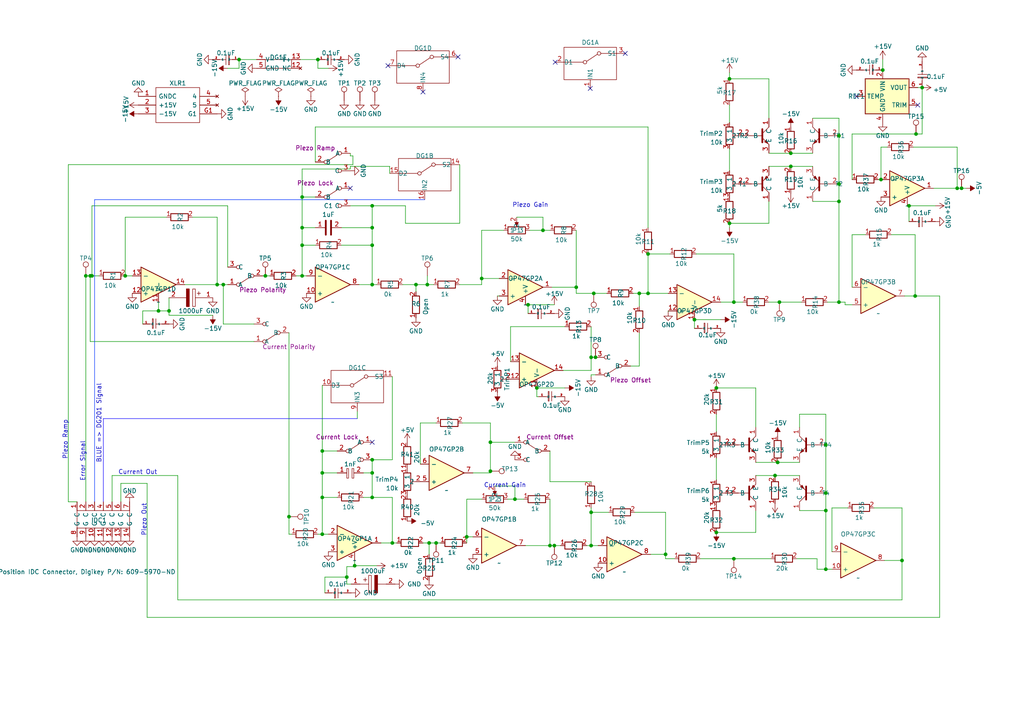
<source format=kicad_sch>
(kicad_sch (version 20230121) (generator eeschema)
  (paper "A4")
  (title_block (title "Laser Feeback Control Circuit") (rev "2") (company "Jim Martin UW Physics") (comment 1 "Created By Samarpreet Bhatti") (comment 2 "Supervised By Jim Martin"))
  (lib_symbols
    (symbol "Complex_Op_Amps_Footprints:14_Position_Male_IDC"
      (property "Reference" "IDC" (at 6.35 -2.794 0))
      (property "Value" "Male 14 Position IDC Connector, Digikey P/N: 609-5970-ND" (at -1.524 -17.78 0))
      (symbol "14_Position_Male_IDC_1_1"
        (pin passive line (at 0 2.54 270) (length 2.54) (name "C") (number "1"))
        (pin passive line (at 5.08 -7.62 90) (length 2.54) (name "G") (number "10"))
        (pin passive line (at 7.62 -7.62 90) (length 2.54) (name "G") (number "11"))
        (pin passive line (at 10.16 -7.62 90) (length 2.54) (name "G") (number "12"))
        (pin passive line (at 12.7 -7.62 90) (length 2.54) (name "G") (number "13"))
        (pin passive line (at 15.24 -7.62 90) (length 2.54) (name "G") (number "14"))
        (pin passive line (at 2.54 2.54 270) (length 2.54) (name "C") (number "2"))
        (pin passive line (at 5.08 2.54 270) (length 2.54) (name "C") (number "3"))
        (pin passive line (at 7.62 2.54 270) (length 2.54) (name "C") (number "4"))
        (pin passive line (at 10.16 2.54 270) (length 2.54) (name "C") (number "5"))
        (pin passive line (at 12.7 2.54 270) (length 2.54) (name "C") (number "6"))
        (pin passive line (at 15.24 2.54 270) (length 2.54) (name "C") (number "7"))
        (pin passive line (at 0 -7.62 90) (length 2.54) (name "G") (number "8"))
        (pin passive line (at 2.54 -7.62 90) (length 2.54) (name "G") (number "9"))
      )
    )
    (symbol "Complex_Op_Amps_Footprints:DG201HSDY-T1-E3" (pin_names (offset 0.002))
      (property "Reference" "DG201" (at 2.794 -3.048 0))
      (symbol "DG201HSDY-T1-E3_1_1"
        (pin input line (at 10.16 -7.62 90) (length 2.54) (name "IN1") (number "1"))
        (pin passive line (at 0 0 0) (length 2.54) (name "D1") (number "2"))
        (pin passive line (at 20.32 2.54 180) (length 2.54) (name "S1") (number "3"))
      )
      (symbol "DG201HSDY-T1-E3_2_1"
        (pin passive line (at 20.32 2.54 180) (length 2.54) (name "S2") (number "14"))
        (pin passive line (at 0 0 0) (length 2.54) (name "D2") (number "15"))
        (pin input line (at 10.16 -7.62 90) (length 2.54) (name "IN2") (number "16"))
      )
      (symbol "DG201HSDY-T1-E3_3_1"
        (pin passive line (at 0 0 0) (length 2.54) (name "D3") (number "10"))
        (pin passive line (at 20.32 2.54 180) (length 2.54) (name "S3") (number "11"))
        (pin input line (at 10.16 -7.62 90) (length 2.54) (name "IN3") (number "9"))
      )
      (symbol "DG201HSDY-T1-E3_4_1"
        (pin passive line (at 20.32 2.54 180) (length 2.54) (name "S4") (number "6"))
        (pin passive line (at 0 0 0) (length 2.54) (name "D4") (number "7"))
        (pin input line (at 10.16 -7.62 90) (length 2.54) (name "IN4") (number "8"))
      )
      (symbol "DG201HSDY-T1-E3_5_1"
        (pin no_connect line (at 12.7 -2.54 180) (length 2.54) (name "NC") (number "12"))
        (pin input line (at 12.7 0 180) (length 2.54) (name "V+") (number "13"))
        (pin input line (at 0 0 0) (length 2.54) (name "V-") (number "4"))
        (pin input line (at 0 -2.54 0) (length 2.54) (name "GND") (number "5"))
      )
    )
    (symbol "Complex_Op_Amps_Footprints:EEU-EB1C102" (pin_names (offset 0.762))
      (property "Value" "1000uF" (at 2.794 3.556 0))
      (symbol "EEU-EB1C102_0_0"
        (pin passive line (at 0 0 0) (length 2.54) (name "~") (number "1"))
        (pin passive line (at 12.7 0 180) (length 2.54) (name "~") (number "2"))
      )
    )
    (symbol "Complex_Op_Amps_Footprints:Normal_Capacitor_399-4209-ND"
      (property "Value" "0.1uF" (at 2.794 2.032 0))
      (symbol "Normal_Capacitor_399-4209-ND_1_1"
        (pin passive line (at 0 0 0) (length 2) (name "2") (number "1"))
        (pin passive line (at 7.62 0 180) (length 2) (name "1") (number "2"))
      )
    )
    (symbol "Complex_Op_Amps_Footprints:Ploypropylene Capacitor"
      (property "Reference" "C" (at 0 0 0))
      (property "Value" "1uF" (at 4.064 -3.048 0))
      (symbol "Ploypropylene Capacitor_1_1"
        (pin passive line (at 0 0 0) (length 2.794) (name "~") (number "1"))
        (pin passive line (at 7.62 0 180) (length 2.794) (name "~") (number "2"))
      )
    )
    (symbol "Complex_Op_Amps_Footprints:Potentiometer"
      (property "Reference" "P" (at 3.81 0 0))
      (property "Value" "*val" (at 3.81 -2.286 0))
      (symbol "Potentiometer_1_1"
        (pin passive line (at 0 0 0) (length 1.27) (name "1") (number "1"))
        (pin passive line (at 3.81 3.81 270) (length 1.27) (name "2") (number "2"))
        (pin passive line (at 7.62 0 180) (length 1.27) (name "3") (number "3"))
      )
    )
    (symbol "Complex_Op_Amps_Footprints:Quad_Op-Amp"
      (property "Reference" "OP47GP" (at 0 6.35 0))
      (symbol "Quad_Op-Amp_1_1"
        (pin output line (at 7.62 5.08 180) (length 2.54) (name "~") (number "1"))
        (pin input line (at -7.62 7.62 0) (length 2.54) (name "-") (number "2"))
        (pin input line (at -7.62 2.54 0) (length 2.54) (name "+") (number "3"))
        (pin power_in line (at 0 0 90) (length 2.54) (name "+V") (number "4"))
      )
      (symbol "Quad_Op-Amp_2_1"
        (pin input line (at -7.62 2.54 0) (length 2.54) (name "+") (number "5"))
        (pin input line (at -7.62 7.62 0) (length 2.54) (name "-") (number "6"))
        (pin output line (at 7.62 5.08 180) (length 2.54) (name "~") (number "7"))
      )
      (symbol "Quad_Op-Amp_3_1"
        (pin input line (at -7.62 2.54 0) (length 2.54) (name "+") (number "10"))
        (pin output line (at 7.62 5.08 180) (length 2.54) (name "~") (number "8"))
        (pin input line (at -7.62 7.62 0) (length 2.54) (name "-") (number "9"))
      )
      (symbol "Quad_Op-Amp_4_1"
        (pin power_in line (at 0 0 90) (length 2.54) (name "V-") (number "11"))
        (pin input line (at -7.62 2.54 0) (length 2.54) (name "+") (number "12"))
        (pin input line (at -7.62 7.62 0) (length 2.54) (name "-") (number "13"))
        (pin output line (at 7.62 5.08 180) (length 2.54) (name "~") (number "14"))
      )
    )
    (symbol "Complex_Op_Amps_Footprints:REF02"
      (property "Reference" "REF" (at 0 0 0))
      (symbol "REF02_1_1"
        (pin no_connect line (at 10.16 -7.62 90) (length 2.54) hide (name "NC") (number "1"))
        (pin power_in line (at 7.62 7.62 270) (length 2.54) (name "VIN") (number "2"))
        (pin passive line (at 0 0 0) (length 2.54) (name "TEMP") (number "3"))
        (pin power_in line (at 7.62 -7.62 90) (length 2.54) (name "GND") (number "4"))
        (pin passive line (at 17.78 -2.54 180) (length 2.54) (name "TRIM") (number "5"))
        (pin power_out line (at 17.78 2.54 180) (length 2.54) (name "VOUT") (number "6"))
        (pin no_connect line (at 5.08 -7.62 90) (length 2.54) hide (name "NC") (number "7"))
        (pin no_connect line (at 17.78 0 180) (length 2.54) hide (name "NC") (number "8"))
      )
    )
    (symbol "Complex_Op_Amps_Footprints:Resistor"
      (property "Reference" "R" (at 0 3.556 0))
      (property "Value" "Generic Resistor" (at -2.794 4.318 90))
      (symbol "Resistor_1_1"
        (pin passive line (at 0 7.62 270) (length 1.27) (name "~") (number "1"))
        (pin passive line (at 0 0 90) (length 1.27) (name "~") (number "2"))
      )
    )
    (symbol "Complex_Op_Amps_Footprints:Small_Capacitor"
      (property "Value" "1nF" (at 0 0 0))
      (symbol "Small_Capacitor_1_1"
        (pin passive line (at 0 0 0) (length 2.794) (name "~") (number "1"))
        (pin passive line (at 7.62 0 180) (length 2.794) (name "~") (number "2"))
      )
    )
    (symbol "Complex_Op_Amps_Footprints:Switch"
      (property "Name" "*" (at 0 4.064 0))
      (symbol "Switch_1_1"
        (pin passive line (at 10.16 2.54 180) (length 2.54) (name "A") (number "1"))
        (pin passive line (at 0 0 0) (length 2.54) (name "B") (number "2"))
        (pin passive line (at 10.16 -2.54 180) (length 2.54) (name "C") (number "3"))
      )
    )
    (symbol "Complex_Op_Amps_Footprints:TestPoint" (pin_numbers hide) (pin_names (offset 0.762) hide)
      (property "Reference" "TP" (at 0 5.08 0))
      (symbol "TestPoint_1_1"
        (pin passive line (at 0 0 90) (length 2.54) (name "1") (number "1"))
      )
    )
    (symbol "Complex_Op_Amps_Footprints:Transistor"
      (property "Reference" "T" (at 0 0 0))
      (symbol "Transistor_1_1"
        (pin open_collector line (at 7.62 5.08 270) (length 2.54) (name "C") (number "1"))
        (pin input line (at 0 0 0) (length 2.54) (name "B") (number "2"))
        (pin open_emitter line (at 7.62 -5.08 90) (length 2.54) (name "E") (number "3"))
      )
    )
    (symbol "Complex_Op_Amps_Footprints:Transistor2"
      (property "Reference" "TR" (at 0 0 0))
      (symbol "Transistor2_1_1"
        (pin open_collector line (at 7.62 5.08 270) (length 2.54) (name "C") (number "1"))
        (pin input line (at 0 0 0) (length 2.54) (name "B") (number "2"))
        (pin open_emitter line (at 7.62 -5.08 90) (length 2.54) (name "E") (number "3"))
      )
    )
    (symbol "Complex_Op_Amps_Footprints:Trim_Potentiometer"
      (property "Reference" "TrimP" (at 3.81 2.794 0))
      (property "Value" "*val" (at 3.556 -2.032 0))
      (symbol "Trim_Potentiometer_1_1"
        (pin passive line (at 0 0 0) (length 1.27) (name "1") (number "1"))
        (pin passive line (at 3.81 3.81 270) (length 1.27) (name "2") (number "2"))
        (pin passive line (at 7.62 0 180) (length 1.27) (name "3") (number "3"))
      )
    )
    (symbol "Complex_Op_Amps_Footprints:XLR" (pin_names (offset 0.762))
      (property "Reference" "XLR" (at 10.922 -0.254 0))
      (symbol "XLR_1_0"
        (pin passive line (at 0 0 0) (length 5.08) (name "GNDC") (number "1"))
        (pin output line (at 0 -2.54 0) (length 5.08) (name "+15V") (number "2"))
        (pin output line (at 0 -5.08 0) (length 5.08) (name "-15V") (number "3"))
        (pin no_connect line (at 22.86 0 180) (length 5.08) (name "4") (number "4"))
        (pin no_connect line (at 22.86 -2.54 180) (length 5.08) (name "5") (number "5"))
        (pin passive line (at 22.86 -5.08 180) (length 5.08) (name "G1") (number "G1"))
      )
    )
    (symbol "Potentiometer_1"
      (property "Reference" "P" (at 3.81 0 0))
      (property "Value" "*val" (at 3.302 -1.778 0))
      (symbol "Potentiometer_1_1_1"
        (pin passive line (at 0 0 0) (length 1.27) (name "1") (number "1"))
        (pin passive line (at 3.81 3.81 270) (length 1.27) (name "2") (number "2"))
        (pin passive line (at 7.62 0 180) (length 1.27) (name "3") (number "3"))
      )
    )
    (symbol "power:+15V" (power) (pin_names (offset 0))
      (property "Value" "+15V" (at 0 3.556 0))
      (symbol "+15V_1_1"
        (pin power_in line (at 0 0 90) (length 0) hide (name "+15V") (number "1"))
      )
    )
    (symbol "power:+5V" (power) (pin_names (offset 0))
      (property "Value" "+5V" (at 0 3.556 0))
      (symbol "+5V_1_1"
        (pin power_in line (at 0 0 90) (length 0) hide (name "+5V") (number "1"))
      )
    )
    (symbol "power:-15V" (power) (pin_names (offset 0))
      (property "Value" "-15V" (at 0 3.81 0))
      (symbol "-15V_0_0"
        (pin power_in line (at 0 0 90) (length 0) hide (name "-15V") (number "1"))
      )
    )
    (symbol "power:-5V" (power) (pin_names (offset 0))
      (property "Value" "-5V" (at 0 3.81 0))
      (symbol "-5V_0_0"
        (pin power_in line (at 0 0 90) (length 0) hide (name "-5V") (number "1"))
      )
    )
    (symbol "power:GND" (power) (pin_names (offset 0))
      (property "Value" "GND" (at 0 -3.81 0))
      (symbol "GND_1_1"
        (pin power_in line (at 0 0 270) (length 0) hide (name "GND") (number "1"))
      )
    )
    (symbol "power:PWR_FLAG" (power) (pin_numbers hide) (pin_names (offset 0) hide)
      (property "Value" "PWR_FLAG" (at 0 3.81 0))
      (symbol "PWR_FLAG_0_0"
        (pin power_out line (at 0 0 90) (length 0) (name "pwr") (number "1"))
      )
    )
  )
  (junction (at 139.7 80.772))
  (junction (at 256.032 20.32))
  (junction (at 87.63 71.12))
  (junction (at 113.792 157.48))
  (junction (at 207.772 112.522))
  (junction (at 243.332 58.42))
  (junction (at 265.43 85.852))
  (junction (at 92.202 17.272))
  (junction (at 64.77 82.55))
  (junction (at 207.772 154.432))
  (junction (at 107.95 59.69))
  (junction (at 225.552 134.112))
  (junction (at 261.62 162.56))
  (junction (at 87.63 57.15))
  (junction (at 107.95 137.16))
  (junction (at 76.962 80.01))
  (junction (at 226.06 87.63))
  (junction (at 93.472 144.272))
  (junction (at 24.892 80.01))
  (junction (at 107.95 71.12))
  (junction (at 26.162 80.01))
  (junction (at 229.362 44.45))
  (junction (at 201.422 92.71))
  (junction (at 135.382 155.702))
  (junction (at 142.24 128.27))
  (junction (at 171.45 158.242))
  (junction (at 26.67 80.01))
  (junction (at 212.852 162.052))
  (junction (at 107.95 82.55))
  (junction (at 187.96 85.09))
  (junction (at 239.522 165.1))
  (junction (at 265.684 38.862))
  (junction (at 102.87 164.084))
  (junction (at 224.79 137.922))
  (junction (at 167.132 83.312))
  (junction (at 100.584 167.386))
  (junction (at 87.63 80.01))
  (junction (at 124.46 157.48))
  (junction (at 187.96 73.66))
  (junction (at 212.852 87.63))
  (junction (at 229.362 48.26))
  (junction (at 239.522 129.032))
  (junction (at 278.892 54.61))
  (junction (at 49.022 90.17))
  (junction (at 107.95 133.35))
  (junction (at 149.352 144.78))
  (junction (at 211.582 64.77))
  (junction (at 263.652 59.69))
  (junction (at 172.72 103.632))
  (junction (at 93.472 154.94))
  (junction (at 255.524 52.07))
  (junction (at 107.95 144.272))
  (junction (at 36.322 80.01))
  (junction (at 93.472 137.16))
  (junction (at 123.952 82.55))
  (junction (at 159.512 158.242))
  (junction (at 160.782 158.242))
  (junction (at 171.45 148.59))
  (junction (at 185.42 85.09))
  (junction (at 157.48 66.802))
  (junction (at 172.212 85.09))
  (junction (at 243.332 87.63))
  (junction (at 83.82 149.86))
  (junction (at 155.702 112.522))
  (junction (at 211.582 22.86))
  (junction (at 153.162 88.392))
  (junction (at 120.65 82.55))
  (junction (at 239.522 148.082))
  (junction (at 45.974 90.17))
  (junction (at 277.622 54.61))
  (junction (at 243.332 53.34))
  (junction (at 107.95 66.04))
  (junction (at 62.992 82.55))
  (junction (at 239.522 143.002))
  (junction (at 171.45 103.632))
  (junction (at 267.462 25.4))
  (junction (at 69.342 17.272))
  (junction (at 142.24 136.652))
  (junction (at 193.04 160.782))
  (junction (at 93.472 130.81))
  (junction (at 243.332 39.37))
  (junction (at 87.63 66.04))
  (junction (at 126.492 157.48))
  (no_connect (at 161.036 18.034))
  (no_connect (at 181.356 15.494))
  (no_connect (at 107.95 128.27))
  (no_connect (at 132.842 16.51))
  (no_connect (at 248.412 27.94))
  (no_connect (at 266.192 30.48))
  (no_connect (at 122.682 26.67))
  (no_connect (at 101.6 54.61))
  (no_connect (at 112.522 19.05))
  (no_connect (at 171.196 25.654))
  (wire (pts (xy 155.702 115.062) (xy 155.702 112.522)))
  (wire (pts (xy 92.202 17.272) (xy 92.202 19.812)))
  (wire (pts (xy 226.06 87.63) (xy 232.41 87.63)))
  (wire (pts (xy 91.44 36.83) (xy 187.96 36.83)))
  (wire (pts (xy 107.95 137.16) (xy 107.95 144.272)))
  (wire (pts (xy 256.54 162.56) (xy 261.62 162.56)))
  (wire (pts (xy 258.572 68.072) (xy 265.43 68.072)))
  (wire (pts (xy 223.012 22.86) (xy 223.012 34.29)))
  (wire (pts (xy 133.35 82.55) (xy 139.7 82.55)))
  (wire (pts (xy 247.142 68.072) (xy 250.952 68.072)))
  (wire (pts (xy 160.782 88.392) (xy 153.162 88.392)))
  (wire (pts (xy 135.382 157.48) (xy 135.382 155.702)))
  (wire (pts (xy 170.18 158.242) (xy 171.45 158.242)))
  (wire (pts (xy 36.322 62.992) (xy 36.322 80.01)))
  (wire (pts (xy 142.24 128.27) (xy 149.352 128.27)))
  (wire (pts (xy 219.202 112.522) (xy 219.202 123.952)))
  (wire (pts (xy 159.512 130.81) (xy 159.512 139.7)))
  (wire (pts (xy 265.684 38.862) (xy 267.462 38.862)))
  (wire (pts (xy 201.93 73.66) (xy 212.852 73.66)))
  (wire (pts (xy 219.202 154.432) (xy 219.202 148.082)))
  (wire (pts (xy 35.052 140.208) (xy 42.672 140.208)))
  (wire (pts (xy 239.522 148.082) (xy 239.522 165.1)))
  (wire (pts (xy 171.45 103.632) (xy 171.45 94.742)))
  (wire (pts (xy 87.63 80.01) (xy 87.63 71.12)))
  (wire (pts (xy 93.472 137.16) (xy 93.472 130.81)))
  (wire (pts (xy 224.79 137.922) (xy 224.79 138.43)))
  (wire (pts (xy 107.95 59.69) (xy 107.95 66.04)))
  (wire (pts (xy 229.362 44.45) (xy 235.712 44.45)))
  (wire (pts (xy 107.95 82.55) (xy 104.14 82.55)))
  (wire (pts (xy 87.63 66.04) (xy 87.63 57.15)))
  (wire (pts (xy 231.14 162.052) (xy 236.982 162.052)))
  (wire (pts (xy 66.04 77.47) (xy 66.04 59.69)))
  (wire (pts (xy 139.7 80.772) (xy 139.7 66.802)))
  (wire (pts (xy 64.77 82.55) (xy 66.04 82.55)))
  (wire (pts (xy 187.96 85.09) (xy 193.802 85.09)))
  (wire (pts (xy 243.332 39.37) (xy 243.332 53.34)))
  (wire (pts (xy 247.142 83.312) (xy 247.142 68.072)))
  (wire (pts (xy 126.492 122.682) (xy 121.92 122.682)))
  (wire (pts (xy 139.7 80.772) (xy 139.7 82.55)))
  (wire (pts (xy 261.62 162.56) (xy 261.62 173.99)))
  (wire (pts (xy 93.472 137.16) (xy 97.79 137.16)))
  (wire (pts (xy 76.962 80.01) (xy 78.232 80.01)))
  (wire (pts (xy 45.974 90.17) (xy 49.022 90.17)))
  (wire (pts (xy 152.4 88.392) (xy 153.162 88.392)))
  (wire (pts (xy 107.95 133.35) (xy 107.95 137.16)))
  (wire (pts (xy 55.88 62.992) (xy 62.992 62.992)))
  (wire (pts (xy 211.582 43.18) (xy 211.582 49.53)))
  (wire (pts (xy 155.702 112.522) (xy 163.83 112.522)))
  (wire (pts (xy 148.082 94.742) (xy 163.83 94.742)))
  (wire (pts (xy 171.45 103.632) (xy 172.72 103.632)))
  (wire (pts (xy 83.82 149.86) (xy 83.82 154.94)))
  (wire (pts (xy 172.72 108.712) (xy 171.45 108.712)))
  (wire (pts (xy 121.92 122.682) (xy 121.92 134.62)))
  (wire (pts (xy 231.902 148.082) (xy 239.522 148.082)))
  (wire (pts (xy 171.45 158.242) (xy 173.482 158.242)))
  (wire (pts (xy 153.162 90.932) (xy 153.162 88.392)))
  (wire (pts (xy 182.88 106.172) (xy 185.42 106.172)))
  (wire (pts (xy 187.96 36.83) (xy 187.96 66.04)))
  (wire (pts (xy 155.702 115.062) (xy 156.21 115.062)))
  (wire (pts (xy 265.43 85.852) (xy 272.542 85.852)))
  (wire (pts (xy 92.202 19.812) (xy 95.25 19.812)))
  (wire (pts (xy 109.22 164.084) (xy 102.87 164.084)))
  (wire (pts (xy 135.382 144.78) (xy 139.7 144.78)))
  (wire (pts (xy 207.772 112.522) (xy 219.202 112.522)))
  (wire (pts (xy 32.512 137.922) (xy 51.562 137.922)))
  (wire (pts (xy 29.972 121.412) (xy 103.632 121.412)) (stroke (width 0) (color 22 11 255 1)))
  (wire (pts (xy 159.512 158.242) (xy 160.782 158.242)))
  (wire (pts (xy 243.332 53.34) (xy 243.332 58.42)))
  (wire (pts (xy 143.51 140.97) (xy 149.352 140.97)))
  (wire (pts (xy 107.95 144.272) (xy 113.792 144.272)))
  (wire (pts (xy 94.234 167.386) (xy 94.234 171.958)))
  (wire (pts (xy 93.472 144.272) (xy 93.472 137.16)))
  (wire (pts (xy 107.95 82.55) (xy 109.22 82.55)))
  (wire (pts (xy 101.6 48.26) (xy 101.6 49.022)))
  (wire (pts (xy 171.45 147.32) (xy 171.45 148.59)))
  (wire (pts (xy 113.792 109.22) (xy 113.792 133.35)))
  (wire (pts (xy 157.48 62.992) (xy 157.48 66.802)))
  (wire (pts (xy 241.3 160.02) (xy 241.3 147.32)))
  (wire (pts (xy 87.63 66.04) (xy 91.44 66.04)))
  (wire (pts (xy 73.66 93.98) (xy 64.77 93.98)))
  (wire (pts (xy 87.63 57.15) (xy 91.44 57.15)))
  (wire (pts (xy 66.04 59.69) (xy 26.67 59.69)))
  (wire (pts (xy 160.782 158.242) (xy 162.56 158.242)))
  (wire (pts (xy 62.992 62.992) (xy 62.992 82.55)))
  (wire (pts (xy 159.512 158.242) (xy 159.512 144.78)))
  (wire (pts (xy 160.02 83.312) (xy 167.132 83.312)))
  (wire (pts (xy 243.332 58.42) (xy 243.332 87.63)))
  (wire (pts (xy 124.46 157.48) (xy 124.46 160.782)))
  (wire (pts (xy 153.67 66.802) (xy 157.48 66.802)))
  (wire (pts (xy 102.362 45.212) (xy 101.6 45.212)))
  (wire (pts (xy 135.382 155.702) (xy 137.16 155.702)))
  (wire (pts (xy 94.234 167.386) (xy 100.584 167.386)))
  (wire (pts (xy 107.95 133.35) (xy 113.792 133.35)))
  (wire (pts (xy 95.25 154.94) (xy 93.472 154.94)))
  (wire (pts (xy 32.512 137.922) (xy 32.512 145.542)))
  (wire (pts (xy 83.82 154.94) (xy 84.582 154.94)))
  (wire (pts (xy 101.6 49.022) (xy 87.63 49.022)))
  (wire (pts (xy 51.562 173.99) (xy 51.562 137.922)))
  (wire (pts (xy 107.95 59.69) (xy 117.602 59.69)))
  (wire (pts (xy 272.542 85.852) (xy 272.542 179.07)))
  (wire (pts (xy 207.772 154.432) (xy 219.202 154.432)))
  (wire (pts (xy 229.362 48.26) (xy 229.362 48.514)))
  (wire (pts (xy 87.63 49.022) (xy 87.63 57.15)))
  (wire (pts (xy 231.902 120.142) (xy 231.902 123.952)))
  (wire (pts (xy 42.672 179.07) (xy 272.542 179.07)))
  (wire (pts (xy 193.04 160.782) (xy 193.04 162.052)))
  (wire (pts (xy 73.66 99.06) (xy 26.162 99.06)))
  (wire (pts (xy 100.584 164.338) (xy 100.584 167.386)))
  (wire (pts (xy 35.052 145.542) (xy 35.052 140.208)))
  (wire (pts (xy 270.764 54.61) (xy 277.622 54.61)))
  (wire (pts (xy 64.77 93.98) (xy 64.77 82.55)))
  (wire (pts (xy 103.632 119.38) (xy 103.632 121.412)))
  (wire (pts (xy 120.65 82.55) (xy 116.84 82.55)))
  (wire (pts (xy 223.012 87.63) (xy 226.06 87.63)))
  (wire (pts (xy 193.04 148.59) (xy 193.04 160.782)))
  (wire (pts (xy 265.43 68.072) (xy 265.43 85.852)))
  (wire (pts (xy 211.582 64.77) (xy 211.582 66.04)))
  (wire (pts (xy 184.15 148.59) (xy 193.04 148.59)))
  (wire (pts (xy 149.86 62.992) (xy 157.48 62.992)))
  (wire (pts (xy 148.082 104.902) (xy 148.082 94.742)))
  (wire (pts (xy 219.202 134.112) (xy 225.552 134.112)))
  (wire (pts (xy 102.362 47.752) (xy 102.362 45.212)))
  (wire (pts (xy 101.6 48.26) (xy 113.03 48.26)))
  (wire (pts (xy 157.48 66.802) (xy 159.512 66.802)))
  (wire (pts (xy 255.524 42.672) (xy 255.524 52.07)))
  (wire (pts (xy 265.43 85.852) (xy 262.382 85.852)))
  (wire (pts (xy 188.722 160.782) (xy 193.04 160.782)))
  (wire (pts (xy 171.45 107.442) (xy 171.45 103.632)))
  (wire (pts (xy 102.87 164.084) (xy 102.87 164.338)))
  (wire (pts (xy 134.112 122.682) (xy 142.24 122.682)))
  (wire (pts (xy 107.95 71.12) (xy 107.95 82.55)))
  (wire (pts (xy 48.26 62.992) (xy 36.322 62.992)))
  (wire (pts (xy 278.892 54.61) (xy 277.622 54.61)))
  (wire (pts (xy 42.672 140.208) (xy 42.672 179.07)))
  (wire (pts (xy 263.652 59.69) (xy 263.652 64.262)))
  (wire (pts (xy 207.772 132.842) (xy 207.772 139.192)))
  (wire (pts (xy 100.584 169.418) (xy 101.854 169.418)))
  (wire (pts (xy 167.132 83.312) (xy 167.132 85.09)))
  (wire (pts (xy 102.87 162.56) (xy 102.87 164.084)))
  (wire (pts (xy 223.012 44.45) (xy 229.362 44.45)))
  (wire (pts (xy 93.472 154.94) (xy 92.202 154.94)))
  (wire (pts (xy 280.162 54.61) (xy 278.892 54.61)))
  (wire (pts (xy 26.162 80.01) (xy 26.67 80.01)))
  (wire (pts (xy 24.892 80.01) (xy 24.892 145.542)))
  (wire (pts (xy 120.65 82.55) (xy 123.952 82.55)))
  (wire (pts (xy 83.82 96.52) (xy 83.82 149.86)))
  (wire (pts (xy 185.42 85.09) (xy 187.96 85.09)))
  (wire (pts (xy 92.202 17.272) (xy 87.122 17.272)))
  (wire (pts (xy 235.712 58.42) (xy 243.332 58.42)))
  (wire (pts (xy 176.53 148.59) (xy 171.45 148.59)))
  (wire (pts (xy 105.41 144.272) (xy 107.95 144.272)))
  (wire (pts (xy 144.78 85.852) (xy 144.272 85.852)))
  (wire (pts (xy 223.012 64.77) (xy 223.012 58.42)))
  (wire (pts (xy 239.522 129.032) (xy 239.522 143.002)))
  (wire (pts (xy 243.332 34.29) (xy 243.332 39.37)))
  (wire (pts (xy 51.562 173.99) (xy 261.62 173.99)))
  (wire (pts (xy 117.602 64.77) (xy 133.35 64.77)))
  (wire (pts (xy 87.63 71.12) (xy 87.63 66.04)))
  (wire (pts (xy 85.852 80.01) (xy 87.63 80.01)))
  (wire (pts (xy 105.41 137.16) (xy 107.95 137.16)))
  (wire (pts (xy 241.3 147.32) (xy 245.872 147.32)))
  (wire (pts (xy 26.67 80.01) (xy 28.702 80.01)))
  (wire (pts (xy 45.974 90.17) (xy 45.974 87.63)))
  (wire (pts (xy 62.992 82.55) (xy 64.77 82.55)))
  (wire (pts (xy 91.44 36.83) (xy 91.44 46.99)))
  (wire (pts (xy 167.132 85.09) (xy 172.212 85.09)))
  (wire (pts (xy 93.472 144.272) (xy 93.472 154.94)))
  (wire (pts (xy 267.462 25.4) (xy 267.462 38.862)))
  (wire (pts (xy 142.24 136.652) (xy 142.24 137.16)))
  (wire (pts (xy 139.7 80.772) (xy 144.78 80.772)))
  (wire (pts (xy 26.162 99.06) (xy 26.162 80.01)))
  (wire (pts (xy 117.602 59.69) (xy 117.602 64.77)))
  (wire (pts (xy 212.852 73.66) (xy 212.852 87.63)))
  (wire (pts (xy 101.6 59.69) (xy 107.95 59.69)))
  (wire (pts (xy 124.46 157.48) (xy 126.492 157.48)))
  (wire (pts (xy 99.06 71.12) (xy 107.95 71.12)))
  (wire (pts (xy 93.472 144.272) (xy 97.79 144.272)))
  (wire (pts (xy 100.584 169.418) (xy 100.584 167.386)))
  (wire (pts (xy 167.132 66.802) (xy 167.132 83.312)))
  (wire (pts (xy 93.472 111.76) (xy 93.472 130.81)))
  (wire (pts (xy 147.32 144.78) (xy 149.352 144.78)))
  (wire (pts (xy 215.392 87.63) (xy 212.852 87.63)))
  (wire (pts (xy 99.06 66.04) (xy 107.95 66.04)))
  (wire (pts (xy 113.792 157.48) (xy 115.062 157.48)))
  (wire (pts (xy 87.63 71.12) (xy 91.44 71.12)))
  (wire (pts (xy 126.492 157.48) (xy 127.762 157.48)))
  (wire (pts (xy 211.582 22.86) (xy 223.012 22.86)))
  (wire (pts (xy 142.24 128.27) (xy 142.24 136.652)))
  (wire (pts (xy 171.45 148.59) (xy 171.45 158.242)))
  (wire (pts (xy 224.79 137.922) (xy 231.902 137.922)))
  (wire (pts (xy 185.42 85.09) (xy 185.42 88.9)))
  (wire (pts (xy 152.4 158.242) (xy 159.512 158.242)))
  (wire (pts (xy 193.802 90.17) (xy 193.802 90.424)))
  (wire (pts (xy 264.922 42.672) (xy 277.622 42.672)))
  (wire (pts (xy 113.03 48.26) (xy 113.03 50.292)))
  (wire (pts (xy 107.95 66.04) (xy 107.95 71.12)))
  (wire (pts (xy 69.342 17.272) (xy 69.342 19.812)))
  (wire (pts (xy 239.522 120.142) (xy 231.902 120.142)))
  (wire (pts (xy 219.202 137.922) (xy 224.79 137.922)))
  (wire (pts (xy 101.6 44.45) (xy 101.6 45.212)))
  (wire (pts (xy 66.04 19.812) (xy 69.342 19.812)))
  (wire (pts (xy 239.522 165.1) (xy 241.3 165.1)))
  (wire (pts (xy 171.45 108.712) (xy 171.45 109.22)))
  (wire (pts (xy 201.422 95.25) (xy 201.422 92.71)))
  (wire (pts (xy 261.62 147.32) (xy 261.62 162.56)))
  (wire (pts (xy 123.952 80.01) (xy 123.952 82.55)))
  (wire (pts (xy 212.852 162.052) (xy 223.52 162.052)))
  (wire (pts (xy 223.012 48.26) (xy 229.362 48.26)))
  (wire (pts (xy 253.492 147.32) (xy 261.62 147.32)))
  (wire (pts (xy 26.67 59.69) (xy 26.67 80.01)))
  (wire (pts (xy 87.63 80.01) (xy 88.9 80.01)))
  (wire (pts (xy 212.852 87.63) (xy 209.042 87.63)))
  (wire (pts (xy 239.522 129.032) (xy 239.522 120.142)))
  (wire (pts (xy 24.892 80.01) (xy 26.162 80.01)))
  (wire (pts (xy 76.2 80.01) (xy 76.962 80.01)))
  (wire (pts (xy 183.642 85.09) (xy 185.42 85.09)))
  (wire (pts (xy 277.622 42.672) (xy 277.622 54.61)))
  (wire (pts (xy 122.682 157.48) (xy 124.46 157.48)))
  (wire (pts (xy 41.402 90.17) (xy 45.974 90.17)))
  (wire (pts (xy 110.49 157.48) (xy 113.792 157.48)))
  (wire (pts (xy 19.812 145.542) (xy 22.352 145.542)))
  (wire (pts (xy 69.342 17.272) (xy 74.422 17.272)))
  (wire (pts (xy 254.762 52.07) (xy 255.524 52.07)))
  (wire (pts (xy 123.952 82.55) (xy 125.73 82.55)))
  (wire (pts (xy 19.812 47.752) (xy 102.362 47.752)))
  (wire (pts (xy 185.42 96.52) (xy 185.42 106.172)))
  (wire (pts (xy 245.11 88.392) (xy 247.142 88.392)))
  (wire (pts (xy 41.402 93.98) (xy 41.402 90.17)))
  (wire (pts (xy 187.96 73.66) (xy 194.31 73.66)))
  (wire (pts (xy 229.362 48.26) (xy 235.712 48.26)))
  (wire (pts (xy 133.35 47.752) (xy 133.35 64.77)))
  (wire (pts (xy 187.96 73.66) (xy 187.96 85.09)))
  (wire (pts (xy 53.594 82.55) (xy 62.992 82.55)))
  (wire (pts (xy 139.7 66.802) (xy 146.05 66.802)))
  (wire (pts (xy 36.322 80.01) (xy 38.354 80.01)))
  (wire (pts (xy 27.432 145.542) (xy 27.432 57.912)) (stroke (width 0) (color 0 49 255 1)))
  (wire (pts (xy 61.722 91.44) (xy 49.022 91.44)))
  (wire (pts (xy 137.16 137.16) (xy 142.24 137.16)))
  (wire (pts (xy 256.032 17.272) (xy 256.032 20.32)))
  (wire (pts (xy 149.352 140.97) (xy 149.352 144.78)))
  (wire (pts (xy 240.03 87.63) (xy 243.332 87.63)))
  (wire (pts (xy 102.87 164.338) (xy 100.584 164.338)))
  (wire (pts (xy 239.522 148.082) (xy 239.522 143.002)))
  (wire (pts (xy 257.302 42.672) (xy 255.524 42.672)))
  (wire (pts (xy 135.382 155.702) (xy 135.382 144.78)))
  (wire (pts (xy 243.332 34.29) (xy 235.712 34.29)))
  (wire (pts (xy 27.432 57.912) (xy 123.19 57.912)) (stroke (width 0) (color 0 49 255 1)))
  (wire (pts (xy 211.582 64.77) (xy 223.012 64.77)))
  (wire (pts (xy 159.512 139.7) (xy 171.45 139.7)))
  (wire (pts (xy 245.11 88.392) (xy 245.11 87.63)))
  (wire (pts (xy 263.144 59.69) (xy 263.652 59.69)))
  (wire (pts (xy 193.04 162.052) (xy 195.58 162.052)))
  (wire (pts (xy 49.022 86.36) (xy 49.022 90.17)))
  (wire (pts (xy 49.022 91.44) (xy 49.022 90.17)))
  (wire (pts (xy 247.142 38.862) (xy 265.684 38.862)))
  (wire (pts (xy 267.462 25.4) (xy 266.192 25.4)))
  (wire (pts (xy 236.982 165.1) (xy 239.522 165.1)))
  (wire (pts (xy 247.142 52.07) (xy 247.142 38.862)))
  (wire (pts (xy 149.352 144.78) (xy 151.892 144.78)))
  (wire (pts (xy 93.472 130.81) (xy 97.79 130.81)))
  (wire (pts (xy 207.772 120.142) (xy 207.772 125.222)))
  (wire (pts (xy 263.652 59.69) (xy 271.272 59.69)))
  (wire (pts (xy 245.11 87.63) (xy 243.332 87.63)))
  (wire (pts (xy 142.24 122.682) (xy 142.24 128.27)))
  (wire (pts (xy 19.812 47.752) (xy 19.812 145.542)))
  (wire (pts (xy 172.212 85.09) (xy 176.022 85.09)))
  (wire (pts (xy 211.582 22.86) (xy 211.582 21.082)))
  (wire (pts (xy 209.042 92.71) (xy 201.422 92.71)))
  (wire (pts (xy 203.2 162.052) (xy 212.852 162.052)))
  (wire (pts (xy 236.982 162.052) (xy 236.982 165.1)))
  (wire (pts (xy 225.552 134.112) (xy 231.902 134.112)))
  (wire (pts (xy 163.322 107.442) (xy 171.45 107.442)))
  (wire (pts (xy 211.582 30.48) (xy 211.582 35.56)))
  (wire (pts (xy 29.972 121.412) (xy 29.972 145.542)) (stroke (width 0) (color 22 11 255 1)))
  (wire (pts (xy 113.792 144.272) (xy 113.792 157.48)))
  (wire (pts (xy 120.65 84.582) (xy 120.65 82.55)))
  (text "Current Gain" (at 140.335 141.605 0) (effects (font (size 1.27 1.27)) (justify left bottom)))
  (text "Error Signal" (at 24.765 139.7 90) (effects (font (size 1.27 1.27)) (justify left bottom)))
  (text "Piezo Gain" (at 148.59 60.325 0) (effects (font (size 1.27 1.27)) (justify left bottom)))
  (text "Current Out" (at 34.29 137.795 0) (effects (font (size 1.27 1.27)) (justify left bottom)))
  (text "Piezo Out" (at 42.545 155.575 90) (effects (font (size 1.27 1.27)) (justify left bottom)))
  (text "Piezo Ramp\n" (at 19.685 133.35 90) (effects (font (size 1.27 1.27)) (justify left bottom)))
  (text "BLUE => DG201 Signal" (at 29.464 134.366 90) (effects (font (size 1.27 1.27)) (justify left bottom)))
  (symbol (lib_id "Complex_Op_Amps_Footprints:Switch") (at 91.44 46.99 0) (unit 1)
    (property "Reference" "SW6" (effects hide))
    (property "Value" "SPDT Switch, P/N: 7101SD9AV2BE" (effects hide))
    (property "Footprint" "Complex_Op_Amps_Footprints:AV2_Switch" (effects hide))
    (property "Datasheet" "https://www.mouser.ca/datasheet/2/240/gt-3050616.pdf" (effects hide))
    (property "Name" "Piezo Ramp" (at 91.44 42.926 0))
  )
  (symbol (lib_id "Complex_Op_Amps_Footprints:TestPoint") (at 226.06 87.63 180) (unit 1)
    (property "Reference" "TP9" (at 226.06 92.71 0))
    (property "Value" "TestPoint" (effects hide))
    (property "Footprint" "Prior Library:TestPoint" (effects hide))
  )
  (symbol (lib_id "power:GND") (at 108.712 29.21 0) (unit 1)
    (property "Reference" "#PWR040" (effects hide))
    (property "Value" "GND" (at 108.712 33.02 0))
  )
  (symbol (lib_id "Complex_Op_Amps_Footprints:EEU-EB1C102") (at 61.722 86.36 0) (mirror y) (unit 1)
    (property "Reference" "EC2" (effects hide))
    (property "Value" "1000uF" (at 55.372 90.17 0))
    (property "Footprint" "Complex_Op_Amps_Footprints:ELECTROLYTIC CAPACITOR - EEU-EB1C102" (effects hide))
    (property "Datasheet" "https://industrial.panasonic.com/cdbs/www-data/pdf/RDF0000/ABA0000C1024.pdf" (effects hide))
    (property "Description" "P/N: EEU-EB1C102" (effects hide))
  )
  (symbol (lib_id "Complex_Op_Amps_Footprints:Transistor2") (at 211.582 129.032 0) (unit 1)
    (property "Reference" "TR3" (at 211.582 129.032 0))
    (property "Value" "Transistor P/N: 2N3904" (effects hide))
    (property "Footprint" "Complex_Op_Amps_Footprints:Both_Transisitor" (effects hide))
    (property "Datasheet" "https://media.digikey.com/pdf/Data%20Sheets/ST%20Microelectronics%20PDFS/DS_497_2N3904.pdf" (effects hide))
  )
  (symbol (lib_id "Complex_Op_Amps_Footprints:Trim_Potentiometer") (at 144.272 106.172 270) (unit 1)
    (property "Reference" "TrimP1" (at 147.066 109.982 0))
    (property "Value" "20k" (at 142.24 109.728 0))
    (property "Footprint" "Complex_Op_Amps_Footprints:3296X1104LF -TrimPot" (effects hide))
    (property "Datasheet" "https://www.mouser.ca/datasheet/2/54/3296-776415.pdf" (effects hide))
    (property "Description" "P/N: 3296X-1-****" (effects hide))
  )
  (symbol (lib_id "Complex_Op_Amps_Footprints:XLR") (at 40.132 27.94 0) (unit 1)
    (property "Reference" "XLR1" (at 51.562 24.13 0))
    (property "Value" "XLR P/N: NC3MBH" (effects hide))
    (property "Footprint" "Prior Library:NC3MBH_XLR" (effects hide))
    (property "Datasheet" "https://www.mouser.ca/datasheet/2/289/nc3mbh-2-1853752.pdf" (effects hide))
  )
  (symbol (lib_id "Complex_Op_Amps_Footprints:Normal_Capacitor_399-4209-ND") (at 69.342 17.272 0) (mirror y) (unit 1)
    (property "Reference" "NC10" (effects hide))
    (property "Value" "0.1uF" (at 65.532 15.367 0))
    (property "Footprint" "Complex_Op_Amps_Footprints:CAPACITOR - 399-4209-ND" (effects hide))
    (property "Datasheet" "https://connect.kemet.com:7667/gateway/IntelliData-ComponentDocumentation/1.0/download/datasheet/C317C104M5U5TA" (effects hide))
    (property "Description" "Normal_Capacitor, P/N: 399-4209-ND" (effects hide))
  )
  (symbol (lib_id "Complex_Op_Amps_Footprints:Switch") (at 91.44 57.15 0) (unit 1)
    (property "Reference" "SW7" (effects hide))
    (property "Value" "SPDT Switch, P/N: 7101SD9AV2BE" (effects hide))
    (property "Footprint" "Complex_Op_Amps_Footprints:AV2_Switch" (effects hide))
    (property "Datasheet" "https://www.mouser.ca/datasheet/2/240/gt-3050616.pdf" (effects hide))
    (property "Name" "Piezo Lock" (at 91.44 53.086 0))
  )
  (symbol (lib_id "Complex_Op_Amps_Footprints:Transistor2") (at 215.392 39.37 0) (unit 1)
    (property "Reference" "TR2" (at 215.392 39.37 0))
    (property "Value" "Transistor P/N: 2N3904" (effects hide))
    (property "Footprint" "Complex_Op_Amps_Footprints:Both_Transisitor" (effects hide))
    (property "Datasheet" "https://media.digikey.com/pdf/Data%20Sheets/ST%20Microelectronics%20PDFS/DS_497_2N3904.pdf" (effects hide))
  )
  (symbol (lib_id "Complex_Op_Amps_Footprints:Trim_Potentiometer") (at 211.582 49.53 270) (unit 1)
    (property "Reference" "TrimP3" (at 209.677 52.705 90) (effects (justify right)))
    (property "Value" "10k" (at 209.677 55.245 90) (effects (justify right)))
    (property "Footprint" "Complex_Op_Amps_Footprints:3296X1104LF -TrimPot" (effects hide))
    (property "Datasheet" "https://www.mouser.ca/datasheet/2/54/3296-776415.pdf" (effects hide))
    (property "Description" "P/N: 3296X-1-****" (effects hide))
  )
  (symbol (lib_id "power:GND") (at 209.042 95.25 0) (mirror y) (unit 1)
    (property "Reference" "#PWR054" (effects hide))
    (property "Value" "GND" (at 209.042 99.06 0))
  )
  (symbol (lib_id "power:+15V") (at 229.362 56.134 180) (unit 1)
    (property "Reference" "#PWR013" (effects hide))
    (property "Value" "+15V" (at 229.362 59.69 0))
  )
  (symbol (lib_id "Complex_Op_Amps_Footprints:Transistor") (at 215.392 53.34 0) (mirror x) (unit 1)
    (property "Reference" "T1" (at 215.392 53.34 0))
    (property "Value" "Transistor P/N: 2N3906" (effects hide))
    (property "Footprint" "Complex_Op_Amps_Footprints:Both_Transisitor" (effects hide))
    (property "Datasheet" "https://media.digikey.com/pdf/Data%20Sheets/ST%20Microelectronics%20PDFS/DS_497_2N3906.pdf" (effects hide))
  )
  (symbol (lib_id "Complex_Op_Amps_Footprints:Resistor") (at 207.772 154.432 0) (unit 1)
    (property "Reference" "R32" (at 207.772 150.876 0))
    (property "Value" "20k" (at 204.978 150.114 90))
    (property "Footprint" "Complex_Op_Amps_Footprints:R_Axial_DIN0207_L6.3mm_D2.5mm_P10.16mm_Horizontal" (effects hide))
    (property "Datasheet" "N/A From KiCad Library" (effects hide))
  )
  (symbol (lib_id "power:PWR_FLAG") (at 80.772 27.94 0) (unit 1)
    (property "Reference" "#FLG02" (effects hide))
    (property "Value" "PWR_FLAG" (at 80.772 24.13 0))
  )
  (symbol (lib_id "Complex_Op_Amps_Footprints:Quad_Op-Amp") (at 254.762 90.932 0) (unit 2)
    (property "Reference" "OP47GP3" (at 254.762 81.788 0))
    (property "Value" "~" (at 254.762 90.932 0))
    (property "Footprint" "Complex_Op_Amps_Footprints:OP470GPZ" (effects hide))
  )
  (symbol (lib_id "Complex_Op_Amps_Footprints:Resistor") (at 118.11 143.51 180) (unit 1)
    (property "Reference" "R40" (at 118.11 147.066 0))
    (property "Value" "20k" (at 120.904 147.828 90))
    (property "Footprint" "Complex_Op_Amps_Footprints:R_Axial_DIN0207_L6.3mm_D2.5mm_P10.16mm_Horizontal" (effects hide))
    (property "Datasheet" "N/A From KiCad Library" (effects hide))
  )
  (symbol (lib_id "Complex_Op_Amps_Footprints:Resistor") (at 211.582 64.77 0) (unit 1)
    (property "Reference" "R18" (at 211.582 61.214 0))
    (property "Value" "5k" (at 208.788 60.452 90))
    (property "Footprint" "Complex_Op_Amps_Footprints:R_Axial_DIN0207_L6.3mm_D2.5mm_P10.16mm_Horizontal" (effects hide))
    (property "Datasheet" "N/A From KiCad Library" (effects hide))
  )
  (symbol (lib_id "power:GND") (at 149.352 133.35 180) (unit 1)
    (property "Reference" "#PWR016" (effects hide))
    (property "Value" "GND" (at 149.352 129.54 0))
  )
  (symbol (lib_id "Complex_Op_Amps_Footprints:Potentiometer") (at 146.05 66.802 0) (unit 1)
    (property "Reference" "P1" (at 149.86 66.802 0))
    (property "Value" "50k" (at 149.86 69.342 0))
    (property "Footprint" "Complex_Op_Amps_Footprints:Potentiometer" (effects hide))
    (property "Datasheet" "https://www.mouser.ca/datasheet/2/54/3590-776468.pdf" (effects hide))
    (property "Description" "Potentiometer P/N: 3590P-2-***L" (effects hide))
  )
  (symbol (lib_id "Complex_Op_Amps_Footprints:Resistor") (at 85.852 80.01 90) (unit 1)
    (property "Reference" "R3" (at 82.296 80.01 0))
    (property "Value" "10k" (at 81.534 82.804 90))
    (property "Footprint" "Complex_Op_Amps_Footprints:R_Axial_DIN0207_L6.3mm_D2.5mm_P10.16mm_Horizontal" (effects hide))
    (property "Datasheet" "N/A From KiCad Library" (effects hide))
  )
  (symbol (lib_id "power:GND") (at 29.972 155.702 0) (unit 1)
    (property "Reference" "#PWR071" (effects hide))
    (property "Value" "GND" (at 29.972 159.512 0))
  )
  (symbol (lib_id "Complex_Op_Amps_Footprints:Resistor") (at 36.322 80.01 90) (unit 1)
    (property "Reference" "R1" (at 32.766 80.01 0))
    (property "Value" "10k" (at 32.004 82.804 90))
    (property "Footprint" "Complex_Op_Amps_Footprints:R_Axial_DIN0207_L6.3mm_D2.5mm_P10.16mm_Horizontal" (effects hide))
    (property "Datasheet" "N/A From KiCad Library" (effects hide))
  )
  (symbol (lib_id "Complex_Op_Amps_Footprints:Trim_Potentiometer") (at 207.772 139.192 270) (unit 1)
    (property "Reference" "TrimP6" (at 205.867 142.367 90) (effects (justify right)))
    (property "Value" "5k" (at 205.867 144.907 90) (effects (justify right)))
    (property "Footprint" "Complex_Op_Amps_Footprints:3296X1104LF -TrimPot" (effects hide))
    (property "Datasheet" "https://www.mouser.ca/datasheet/2/54/3296-776415.pdf" (effects hide))
    (property "Description" "P/N: 3296X-1-****" (effects hide))
  )
  (symbol (lib_id "power:+15V") (at 211.582 21.082 0) (unit 1)
    (property "Reference" "#PWR011" (effects hide))
    (property "Value" "+15V" (at 211.582 17.526 0))
  )
  (symbol (lib_id "power:GND") (at 255.524 57.15 0) (unit 1)
    (property "Reference" "#PWR028" (effects hide))
    (property "Value" "GND" (at 255.524 60.96 0))
  )
  (symbol (lib_id "power:GND") (at 62.992 33.02 90) (unit 1)
    (property "Reference" "#PWR031" (effects hide))
    (property "Value" "GND" (at 66.802 33.02 0))
  )
  (symbol (lib_id "Complex_Op_Amps_Footprints:DG201HSDY-T1-E3") (at 74.422 17.272 0) (unit 5)
    (property "Reference" "DG1" (at 80.772 16.637 0))
    (property "Value" "P/N: ADG201AKNZ" (effects hide))
    (property "Footprint" "Complex_Op_Amps_Footprints:ADG201AKNZ" (effects hide))
    (property "Datasheet" "https://www.arrow.com/en/products/dg201hsdy-t1-e3/vishay" (effects hide))
    (property "Height" "1.75" (effects hide))
    (property "Mouser Part Number" "781-DG201HSDY-T1-E3" (effects hide))
    (property "Mouser Price/Stock" "https://www.mouser.co.uk/ProductDetail/Vishay-Semiconductors/DG201HSDY-T1-E3?qs=Yw4uR%2FssOSNnq34csZ6jmg%3D%3D" (effects hide))
    (property "Manufacturer_Name" "Vishay" (effects hide))
    (property "Manufacturer_Part_Number" "DG201HSDY-T1-E3" (effects hide))
  )
  (symbol (lib_id "Complex_Op_Amps_Footprints:Resistor") (at 116.84 82.55 90) (unit 1)
    (property "Reference" "R5" (at 113.284 82.55 0))
    (property "Value" "0k" (at 112.522 85.344 90))
    (property "Footprint" "Complex_Op_Amps_Footprints:R_Axial_DIN0207_L6.3mm_D2.5mm_P10.16mm_Horizontal" (effects hide))
    (property "Datasheet" "N/A From KiCad Library" (effects hide))
  )
  (symbol (lib_id "Complex_Op_Amps_Footprints:Switch") (at 182.88 106.172 180) (unit 1)
    (property "Reference" "SW3" (effects hide))
    (property "Value" "SPDT Switch, P/N: 7101SD9AV2BE" (effects hide))
    (property "Footprint" "Complex_Op_Amps_Footprints:AV2_Switch" (effects hide))
    (property "Datasheet" "https://www.mouser.ca/datasheet/2/240/gt-3050616.pdf" (effects hide))
    (property "Name" "Piezo Offset" (at 182.88 110.236 0))
  )
  (symbol (lib_id "Complex_Op_Amps_Footprints:Resistor") (at 211.582 30.48 0) (unit 1)
    (property "Reference" "R17" (at 211.582 26.924 0))
    (property "Value" "5k" (at 208.788 26.162 90))
    (property "Footprint" "Complex_Op_Amps_Footprints:R_Axial_DIN0207_L6.3mm_D2.5mm_P10.16mm_Horizontal" (effects hide))
    (property "Datasheet" "N/A From KiCad Library" (effects hide))
  )
  (symbol (lib_id "power:+15V") (at 40.132 30.48 90) (unit 1)
    (property "Reference" "#PWR032" (effects hide))
    (property "Value" "+15V" (at 36.576 30.48 0))
  )
  (symbol (lib_id "power:-15V") (at 163.83 112.522 270) (mirror x) (unit 1)
    (property "Reference" "#PWR044" (effects hide))
    (property "Value" "-15V" (at 167.64 112.522 0))
  )
  (symbol (lib_id "power:GND") (at 160.782 90.932 90) (mirror x) (unit 1)
    (property "Reference" "#PWR042" (effects hide))
    (property "Value" "GND" (at 164.592 90.932 0))
  )
  (symbol (lib_id "Complex_Op_Amps_Footprints:TestPoint") (at 160.782 158.242 180) (unit 1)
    (property "Reference" "TP12" (at 160.782 163.322 0))
    (property "Value" "TestPoint" (effects hide))
    (property "Footprint" "Prior Library:TestPoint" (effects hide))
  )
  (symbol (lib_id "power:GND") (at 95.25 160.02 0) (unit 1)
    (property "Reference" "#PWR015" (effects hide))
    (property "Value" "GND" (at 95.25 163.83 0))
  )
  (symbol (lib_id "Complex_Op_Amps_Footprints:Resistor") (at 183.642 85.09 90) (unit 1)
    (property "Reference" "R9" (at 180.086 85.09 0))
    (property "Value" "10k" (at 179.324 87.884 90))
    (property "Footprint" "Complex_Op_Amps_Footprints:R_Axial_DIN0207_L6.3mm_D2.5mm_P10.16mm_Horizontal" (effects hide))
    (property "Datasheet" "N/A From KiCad Library" (effects hide))
  )
  (symbol (lib_id "Complex_Op_Amps_Footprints:Resistor") (at 133.35 82.55 90) (unit 1)
    (property "Reference" "R7" (at 129.794 82.55 0))
    (property "Value" "1k" (at 129.032 85.344 90))
    (property "Footprint" "Complex_Op_Amps_Footprints:R_Axial_DIN0207_L6.3mm_D2.5mm_P10.16mm_Horizontal" (effects hide))
    (property "Datasheet" "N/A From KiCad Library" (effects hide))
  )
  (symbol (lib_id "power:-15V") (at 225.552 126.492 0) (unit 1)
    (property "Reference" "#PWR021" (effects hide))
    (property "Value" "-15V" (at 225.552 122.682 0))
  )
  (symbol (lib_id "Complex_Op_Amps_Footprints:Transistor") (at 211.582 143.002 0) (mirror x) (unit 1)
    (property "Reference" "T3" (at 211.582 143.002 0))
    (property "Value" "Transistor P/N: 2N3906" (effects hide))
    (property "Footprint" "Complex_Op_Amps_Footprints:Both_Transisitor" (effects hide))
    (property "Datasheet" "https://media.digikey.com/pdf/Data%20Sheets/ST%20Microelectronics%20PDFS/DS_497_2N3906.pdf" (effects hide))
  )
  (symbol (lib_id "power:-15V") (at 207.772 154.432 180) (unit 1)
    (property "Reference" "#PWR020" (effects hide))
    (property "Value" "-15V" (at 207.772 158.242 0))
  )
  (symbol (lib_id "power:-5V") (at 280.162 54.61 270) (unit 1)
    (property "Reference" "#PWR029" (effects hide))
    (property "Value" "-5V" (at 283.972 54.61 0))
  )
  (symbol (lib_id "Complex_Op_Amps_Footprints:Transistor2") (at 243.332 39.37 0) (mirror y) (unit 1)
    (property "Reference" "TR1" (at 243.332 39.37 0))
    (property "Value" "Transistor P/N: 2N3904" (effects hide))
    (property "Footprint" "Complex_Op_Amps_Footprints:Both_Transisitor" (effects hide))
    (property "Datasheet" "https://media.digikey.com/pdf/Data%20Sheets/ST%20Microelectronics%20PDFS/DS_497_2N3904.pdf" (effects hide))
  )
  (symbol (lib_id "power:GND") (at 99.822 17.272 90) (unit 1)
    (property "Reference" "#PWR0101" (effects hide))
    (property "Value" "GND" (at 103.632 17.272 0))
  )
  (symbol (lib_id "Complex_Op_Amps_Footprints:TestPoint") (at 172.212 85.09 180) (unit 1)
    (property "Reference" "TP7" (at 172.212 90.17 0))
    (property "Value" "TestPoint" (effects hide))
    (property "Footprint" "Prior Library:TestPoint" (effects hide))
  )
  (symbol (lib_id "power:GND") (at 32.512 155.702 0) (unit 1)
    (property "Reference" "#PWR072" (effects hide))
    (property "Value" "GND" (at 32.512 159.512 0))
  )
  (symbol (lib_id "Complex_Op_Amps_Footprints:Transistor") (at 243.332 53.34 180) (unit 1)
    (property "Reference" "T2" (at 243.332 53.34 0))
    (property "Value" "Transistor P/N: 2N3906" (effects hide))
    (property "Footprint" "Complex_Op_Amps_Footprints:Both_Transisitor" (effects hide))
    (property "Datasheet" "https://media.digikey.com/pdf/Data%20Sheets/ST%20Microelectronics%20PDFS/DS_497_2N3906.pdf" (effects hide))
  )
  (symbol (lib_id "power:GND") (at 163.83 115.062 0) (mirror y) (unit 1)
    (property "Reference" "#PWR043" (effects hide))
    (property "Value" "GND" (at 163.83 118.872 0))
  )
  (symbol (lib_id "power:-15V") (at 229.362 36.83 0) (unit 1)
    (property "Reference" "#PWR010" (effects hide))
    (property "Value" "-15V" (at 229.362 33.02 0))
  )
  (symbol (lib_id "power:GND") (at 61.722 17.272 270) (mirror x) (unit 1)
    (property "Reference" "#PWR0103" (effects hide))
    (property "Value" "GND" (at 57.912 17.272 0))
  )
  (symbol (lib_id "power:GND") (at 38.354 85.09 0) (unit 1)
    (property "Reference" "#PWR01" (effects hide))
    (property "Value" "GND" (at 38.354 88.9 0))
  )
  (symbol (lib_id "power:GND") (at 99.822 29.21 0) (unit 1)
    (property "Reference" "#PWR064" (effects hide))
    (property "Value" "GND" (at 99.822 33.02 0))
  )
  (symbol (lib_id "Complex_Op_Amps_Footprints:TestPoint") (at 212.852 162.052 180) (unit 1)
    (property "Reference" "TP14" (at 212.852 167.132 0))
    (property "Value" "TestPoint" (effects hide))
    (property "Footprint" "Prior Library:TestPoint" (effects hide))
  )
  (symbol (lib_id "Complex_Op_Amps_Footprints:Resistor") (at 254.762 52.07 90) (unit 1)
    (property "Reference" "R37" (at 251.206 52.07 0))
    (property "Value" "10k" (at 250.444 54.864 90))
    (property "Footprint" "Complex_Op_Amps_Footprints:R_Axial_DIN0207_L6.3mm_D2.5mm_P10.16mm_Horizontal" (effects hide))
    (property "Datasheet" "N/A From KiCad Library" (effects hide))
  )
  (symbol (lib_id "power:GND") (at 27.432 155.702 0) (unit 1)
    (property "Reference" "#PWR070" (effects hide))
    (property "Value" "GND" (at 27.432 159.512 0))
  )
  (symbol (lib_id "Complex_Op_Amps_Footprints:Resistor") (at 253.492 147.32 90) (unit 1)
    (property "Reference" "R35" (at 249.936 147.32 0))
    (property "Value" "1k" (at 249.174 150.114 90))
    (property "Footprint" "Complex_Op_Amps_Footprints:R_Axial_DIN0207_L6.3mm_D2.5mm_P10.16mm_Horizontal" (effects hide))
    (property "Datasheet" "N/A From KiCad Library" (effects hide))
  )
  (symbol (lib_id "Complex_Op_Amps_Footprints:Resistor") (at 118.11 128.27 180) (unit 1)
    (property "Reference" "R41" (at 118.11 131.826 0))
    (property "Value" "20k" (at 120.904 132.588 90))
    (property "Footprint" "Complex_Op_Amps_Footprints:R_Axial_DIN0207_L6.3mm_D2.5mm_P10.16mm_Horizontal" (effects hide))
    (property "Datasheet" "N/A From KiCad Library" (effects hide))
  )
  (symbol (lib_id "power:+15V") (at 109.22 164.084 270) (unit 1)
    (property "Reference" "#PWR045" (effects hide))
    (property "Value" "+15V" (at 113.03 164.084 90) (effects (justify left)))
  )
  (symbol (lib_id "power:GND") (at 124.46 168.402 0) (unit 1)
    (property "Reference" "#PWR014" (effects hide))
    (property "Value" "GND" (at 124.46 172.212 0))
  )
  (symbol (lib_id "Complex_Op_Amps_Footprints:Resistor") (at 240.03 87.63 90) (unit 1)
    (property "Reference" "R14" (at 236.474 87.63 0))
    (property "Value" "10k" (at 235.712 90.424 90))
    (property "Footprint" "Complex_Op_Amps_Footprints:R_Axial_DIN0207_L6.3mm_D2.5mm_P10.16mm_Horizontal" (effects hide))
    (property "Datasheet" "N/A From KiCad Library" (effects hide))
  )
  (symbol (lib_id "Complex_Op_Amps_Footprints:Resistor") (at 124.46 168.402 0) (unit 1)
    (property "Reference" "R23" (at 124.46 164.846 0))
    (property "Value" "Open" (at 121.666 164.084 90))
    (property "Footprint" "Complex_Op_Amps_Footprints:R_Axial_DIN0207_L6.3mm_D2.5mm_P10.16mm_Horizontal" (effects hide))
    (property "Datasheet" "N/A From KiCad Library" (effects hide))
  )
  (symbol (lib_id "power:GND") (at 61.722 86.36 0) (mirror y) (unit 1)
    (property "Reference" "#PWR078" (effects hide))
    (property "Value" "GND" (at 61.722 90.17 0))
  )
  (symbol (lib_id "Complex_Op_Amps_Footprints:Trim_Potentiometer") (at 118.11 135.89 270) (unit 1)
    (property "Reference" "TrimP4" (at 115.57 139.065 90) (effects (justify right)))
    (property "Value" "10k" (at 115.57 141.605 90) (effects (justify right)))
    (property "Footprint" "Complex_Op_Amps_Footprints:3296X1104LF -TrimPot" (effects hide))
    (property "Datasheet" "https://www.mouser.ca/datasheet/2/54/3296-776415.pdf" (effects hide))
    (property "Description" "P/N: 3296X-1-****" (effects hide))
  )
  (symbol (lib_id "power:-15V") (at 40.132 33.02 90) (unit 1)
    (property "Reference" "#PWR033" (effects hide))
    (property "Value" "-15V" (at 36.322 33.02 0))
  )
  (symbol (lib_id "power:GND") (at 49.022 93.98 90) (mirror x) (unit 1)
    (property "Reference" "#PWR077" (effects hide))
    (property "Value" "GND" (at 52.832 93.98 0))
  )
  (symbol (lib_id "Complex_Op_Amps_Footprints:Normal_Capacitor_399-4209-ND") (at 153.162 90.932 0) (unit 1)
    (property "Reference" "NC3" (effects hide))
    (property "Value" "0.1uF" (at 156.972 89.027 0))
    (property "Footprint" "Complex_Op_Amps_Footprints:CAPACITOR - 399-4209-ND" (effects hide))
    (property "Datasheet" "https://connect.kemet.com:7667/gateway/IntelliData-ComponentDocumentation/1.0/download/datasheet/C317C104M5U5TA" (effects hide))
    (property "Description" "Normal_Capacitor, P/N: 399-4209-ND" (effects hide))
  )
  (symbol (lib_id "power:+5V") (at 118.11 128.27 0) (unit 1)
    (property "Reference" "#PWR017" (effects hide))
    (property "Value" "+5V" (at 118.11 124.714 0))
  )
  (symbol (lib_id "power:PWR_FLAG") (at 90.17 27.94 0) (unit 1)
    (property "Reference" "#FLG03" (effects hide))
    (property "Value" "PWR_FLAG" (at 90.17 24.13 0))
  )
  (symbol (lib_id "Complex_Op_Amps_Footprints:DG201HSDY-T1-E3") (at 113.03 50.292 0) (unit 2)
    (property "Reference" "DG1" (at 123.19 45.212 0))
    (property "Value" "P/N: ADG201AKNZ" (effects hide))
    (property "Footprint" "Complex_Op_Amps_Footprints:ADG201AKNZ" (effects hide))
    (property "Datasheet" "https://www.arrow.com/en/products/dg201hsdy-t1-e3/vishay" (effects hide))
    (property "Height" "1.75" (effects hide))
    (property "Mouser Part Number" "781-DG201HSDY-T1-E3" (effects hide))
    (property "Mouser Price/Stock" "https://www.mouser.co.uk/ProductDetail/Vishay-Semiconductors/DG201HSDY-T1-E3?qs=Yw4uR%2FssOSNnq34csZ6jmg%3D%3D" (effects hide))
    (property "Manufacturer_Name" "Vishay" (effects hide))
    (property "Manufacturer_Part_Number" "DG201HSDY-T1-E3" (effects hide))
  )
  (symbol (lib_id "power:+15V") (at 207.772 112.522 0) (unit 1)
    (property "Reference" "#PWR019" (effects hide))
    (property "Value" "+15V" (at 207.772 108.966 0))
  )
  (symbol (lib_id "power:GND") (at 144.272 85.852 0) (unit 1)
    (property "Reference" "#PWR05" (effects hide))
    (property "Value" "GND" (at 144.272 89.662 0))
  )
  (symbol (lib_id "power:GND") (at 101.854 171.958 90) (unit 1)
    (property "Reference" "#PWR038" (effects hide))
    (property "Value" "GND" (at 105.41 171.958 90) (effects (justify right)))
  )
  (symbol (lib_id "Complex_Op_Amps_Footprints:Resistor") (at 225.552 134.112 0) (unit 1)
    (property "Reference" "R33" (at 225.552 130.556 0))
    (property "Value" "10k" (at 222.758 129.794 90))
    (property "Footprint" "Complex_Op_Amps_Footprints:R_Axial_DIN0207_L6.3mm_D2.5mm_P10.16mm_Horizontal" (effects hide))
    (property "Datasheet" "N/A From KiCad Library" (effects hide))
  )
  (symbol (lib_id "Complex_Op_Amps_Footprints:Ploypropylene Capacitor") (at 91.44 66.04 0) (unit 1)
    (property "Reference" "C1" (at 95.25 59.69 0))
    (property "Value" "1uF" (at 95.25 62.23 0))
    (property "Footprint" "Complex_Op_Amps_Footprints:Polypropylene Capacitor" (effects hide))
    (property "Datasheet" "https://www.cde.com/resources/catalogs/935.pdf" (effects hide))
    (property "Description" "P/N: 935C2W1K-F" (effects hide))
  )
  (symbol (lib_id "Complex_Op_Amps_Footprints:TestPoint") (at 83.82 149.86 270) (unit 1)
    (property "Reference" "TP10" (at 88.9 149.86 0))
    (property "Value" "TestPoint" (effects hide))
    (property "Footprint" "Prior Library:TestPoint" (effects hide))
  )
  (symbol (lib_id "power:+15V") (at 271.272 59.69 270) (unit 1)
    (property "Reference" "#PWR081" (effects hide))
    (property "Value" "+15V" (at 274.828 59.69 0))
  )
  (symbol (lib_id "power:GND") (at 101.6 49.53 90) (unit 1)
    (property "Reference" "#PWR03" (effects hide))
    (property "Value" "GND" (at 105.41 49.53 0))
  )
  (symbol (lib_id "power:+15V") (at 160.782 88.392 0) (unit 1)
    (property "Reference" "#PWR041" (effects hide))
    (property "Value" "+15V" (at 160.782 85.217 0))
  )
  (symbol (lib_id "Complex_Op_Amps_Footprints:Resistor") (at 207.772 120.142 0) (unit 1)
    (property "Reference" "R31" (at 207.772 116.586 0))
    (property "Value" "20k" (at 204.978 115.824 90))
    (property "Footprint" "Complex_Op_Amps_Footprints:R_Axial_DIN0207_L6.3mm_D2.5mm_P10.16mm_Horizontal" (effects hide))
    (property "Datasheet" "N/A From KiCad Library" (effects hide))
  )
  (symbol (lib_id "power:-15V") (at 61.722 91.44 0) (mirror x) (unit 1)
    (property "Reference" "#PWR037" (effects hide))
    (property "Value" "-15V" (at 61.722 95.25 0))
  )
  (symbol (lib_id "Complex_Op_Amps_Footprints:Normal_Capacitor_399-4209-ND") (at 156.21 115.062 0) (mirror x) (unit 1)
    (property "Reference" "NC5" (effects hide))
    (property "Value" "0.1uF" (at 160.02 117.602 0))
    (property "Footprint" "Complex_Op_Amps_Footprints:CAPACITOR - 399-4209-ND" (effects hide))
    (property "Datasheet" "https://connect.kemet.com:7667/gateway/IntelliData-ComponentDocumentation/1.0/download/datasheet/C317C104M5U5TA" (effects hide))
    (property "Description" "Normal_Capacitor, P/N: 399-4209-ND" (effects hide))
  )
  (symbol (lib_id "Complex_Op_Amps_Footprints:Normal_Capacitor_399-4209-ND") (at 201.422 95.25 0) (mirror x) (unit 1)
    (property "Reference" "NC4" (effects hide))
    (property "Value" "0.1uF" (at 205.232 97.155 0))
    (property "Footprint" "Complex_Op_Amps_Footprints:CAPACITOR - 399-4209-ND" (effects hide))
    (property "Datasheet" "https://connect.kemet.com:7667/gateway/IntelliData-ComponentDocumentation/1.0/download/datasheet/C317C104M5U5TA" (effects hide))
    (property "Description" "Normal_Capacitor, P/N: 399-4209-ND" (effects hide))
  )
  (symbol (lib_id "power:GND") (at 256.032 35.56 0) (unit 1)
    (property "Reference" "#PWR023" (effects hide))
    (property "Value" "GND" (at 256.032 39.37 0))
  )
  (symbol (lib_id "Complex_Op_Amps_Footprints:Trim_Potentiometer") (at 211.582 35.56 270) (unit 1)
    (property "Reference" "TrimP2" (at 209.677 38.735 90) (effects (justify right)))
    (property "Value" "10k" (at 209.677 41.275 90) (effects (justify right)))
    (property "Footprint" "Complex_Op_Amps_Footprints:3296X1104LF -TrimPot" (effects hide))
    (property "Datasheet" "https://www.mouser.ca/datasheet/2/54/3296-776415.pdf" (effects hide))
    (property "Description" "P/N: 3296X-1-****" (effects hide))
  )
  (symbol (lib_id "Complex_Op_Amps_Footprints:Resistor") (at 203.2 162.052 90) (unit 1)
    (property "Reference" "R39" (at 199.644 162.052 0))
    (property "Value" "0k" (at 198.882 164.846 90))
    (property "Footprint" "Complex_Op_Amps_Footprints:R_Axial_DIN0207_L6.3mm_D2.5mm_P10.16mm_Horizontal" (effects hide))
    (property "Datasheet" "N/A From KiCad Library" (effects hide))
  )
  (symbol (lib_id "power:GND") (at 171.45 109.22 0) (unit 1)
    (property "Reference" "#PWR09" (effects hide))
    (property "Value" "GND" (at 171.45 113.03 0))
  )
  (symbol (lib_id "Complex_Op_Amps_Footprints:TestPoint") (at 104.394 29.21 0) (unit 1)
    (property "Reference" "TP2" (at 104.394 24.13 0))
    (property "Value" "TestPoint" (effects hide))
    (property "Footprint" "Prior Library:TestPoint" (effects hide))
  )
  (symbol (lib_id "Complex_Op_Amps_Footprints:Resistor") (at 135.382 157.48 90) (unit 1)
    (property "Reference" "R24" (at 131.826 157.48 0))
    (property "Value" "1k" (at 131.064 160.274 90))
    (property "Footprint" "Complex_Op_Amps_Footprints:R_Axial_DIN0207_L6.3mm_D2.5mm_P10.16mm_Horizontal" (effects hide))
    (property "Datasheet" "N/A From KiCad Library" (effects hide))
  )
  (symbol (lib_id "Complex_Op_Amps_Footprints:Resistor") (at 167.132 66.802 90) (unit 1)
    (property "Reference" "R8" (at 163.576 66.802 0))
    (property "Value" "10k" (at 162.814 69.596 90))
    (property "Footprint" "Complex_Op_Amps_Footprints:R_Axial_DIN0207_L6.3mm_D2.5mm_P10.16mm_Horizontal" (effects hide))
    (property "Datasheet" "N/A From KiCad Library" (effects hide))
  )
  (symbol (lib_id "Complex_Op_Amps_Footprints:TestPoint") (at 278.892 54.61 0) (unit 1)
    (property "Reference" "TP16" (at 278.892 49.53 0))
    (property "Value" "TestPoint" (effects hide))
    (property "Footprint" "Prior Library:TestPoint" (effects hide))
  )
  (symbol (lib_id "power:-15V") (at 209.042 92.71 270) (mirror x) (unit 1)
    (property "Reference" "#PWR055" (effects hide))
    (property "Value" "-15V" (at 212.852 92.71 0))
  )
  (symbol (lib_id "power:GND") (at 35.052 155.702 0) (unit 1)
    (property "Reference" "#PWR073" (effects hide))
    (property "Value" "GND" (at 35.052 159.512 0))
  )
  (symbol (lib_id "Complex_Op_Amps_Footprints:TestPoint") (at 108.712 29.21 0) (unit 1)
    (property "Reference" "TP3" (at 108.712 24.13 0))
    (property "Value" "TestPoint" (effects hide))
    (property "Footprint" "Prior Library:TestPoint" (effects hide))
  )
  (symbol (lib_id "Complex_Op_Amps_Footprints:Resistor") (at 229.362 44.45 0) (unit 1)
    (property "Reference" "R16" (at 229.362 40.894 0))
    (property "Value" "10k" (at 226.568 40.132 90))
    (property "Footprint" "Complex_Op_Amps_Footprints:R_Axial_DIN0207_L6.3mm_D2.5mm_P10.16mm_Horizontal" (effects hide))
    (property "Datasheet" "N/A From KiCad Library" (effects hide))
  )
  (symbol (lib_id "power:GND") (at 37.592 145.542 180) (unit 1)
    (property "Reference" "#PWR063" (effects hide))
    (property "Value" "GND" (at 37.592 142.367 0))
  )
  (symbol (lib_id "Complex_Op_Amps_Footprints:Resistor") (at 223.012 87.63 90) (unit 1)
    (property "Reference" "R38" (at 219.456 87.63 0))
    (property "Value" "0k" (at 218.694 90.424 90))
    (property "Footprint" "Complex_Op_Amps_Footprints:R_Axial_DIN0207_L6.3mm_D2.5mm_P10.16mm_Horizontal" (effects hide))
    (property "Datasheet" "N/A From KiCad Library" (effects hide))
  )
  (symbol (lib_id "Complex_Op_Amps_Footprints:DG201HSDY-T1-E3") (at 112.522 19.05 0) (unit 4)
    (property "Reference" "DG1" (at 122.682 13.97 0))
    (property "Value" "P/N: ADG201AKNZ" (effects hide))
    (property "Footprint" "Complex_Op_Amps_Footprints:ADG201AKNZ" (effects hide))
    (property "Datasheet" "https://www.arrow.com/en/products/dg201hsdy-t1-e3/vishay" (effects hide))
    (property "Height" "1.75" (effects hide))
    (property "Mouser Part Number" "781-DG201HSDY-T1-E3" (effects hide))
    (property "Mouser Price/Stock" "https://www.mouser.co.uk/ProductDetail/Vishay-Semiconductors/DG201HSDY-T1-E3?qs=Yw4uR%2FssOSNnq34csZ6jmg%3D%3D" (effects hide))
    (property "Manufacturer_Name" "Vishay" (effects hide))
    (property "Manufacturer_Part_Number" "DG201HSDY-T1-E3" (effects hide))
  )
  (symbol (lib_id "Complex_Op_Amps_Footprints:DG201HSDY-T1-E3") (at 161.036 18.034 0) (unit 1)
    (property "Reference" "DG1" (at 171.196 12.319 0))
    (property "Value" "P/N: ADG201AKNZ" (effects hide))
    (property "Footprint" "Complex_Op_Amps_Footprints:ADG201AKNZ" (effects hide))
    (property "Datasheet" "https://www.arrow.com/en/products/dg201hsdy-t1-e3/vishay" (effects hide))
    (property "Height" "1.75" (effects hide))
    (property "Mouser Part Number" "781-DG201HSDY-T1-E3" (effects hide))
    (property "Mouser Price/Stock" "https://www.mouser.co.uk/ProductDetail/Vishay-Semiconductors/DG201HSDY-T1-E3?qs=Yw4uR%2FssOSNnq34csZ6jmg%3D%3D" (effects hide))
    (property "Manufacturer_Name" "Vishay" (effects hide))
    (property "Manufacturer_Part_Number" "DG201HSDY-T1-E3" (effects hide))
  )
  (symbol (lib_id "Complex_Op_Amps_Footprints:Resistor") (at 224.79 138.43 180) (unit 1)
    (property "Reference" "R34" (at 224.79 141.986 0))
    (property "Value" "10k" (at 227.584 142.748 90))
    (property "Footprint" "Complex_Op_Amps_Footprints:R_Axial_DIN0207_L6.3mm_D2.5mm_P10.16mm_Horizontal" (effects hide))
    (property "Datasheet" "N/A From KiCad Library" (effects hide))
  )
  (symbol (lib_id "Complex_Op_Amps_Footprints:Quad_Op-Amp") (at 45.974 87.63 0) (unit 4)
    (property "Reference" "OP47GP1" (at 45.974 83.82 0))
    (property "Value" "~" (at 45.974 87.63 0))
    (property "Footprint" "Complex_Op_Amps_Footprints:OP470GPZ" (effects hide))
  )
  (symbol (lib_id "power:-5V") (at 144.272 113.792 180) (unit 1)
    (property "Reference" "#PWR08" (effects hide))
    (property "Value" "-5V" (at 144.272 117.602 0))
  )
  (symbol (lib_id "Complex_Op_Amps_Footprints:Resistor") (at 229.362 48.514 180) (unit 1)
    (property "Reference" "R19" (at 229.362 52.07 0))
    (property "Value" "10k" (at 232.156 52.832 90))
    (property "Footprint" "Complex_Op_Amps_Footprints:R_Axial_DIN0207_L6.3mm_D2.5mm_P10.16mm_Horizontal" (effects hide))
    (property "Datasheet" "N/A From KiCad Library" (effects hide))
  )
  (symbol (lib_id "Complex_Op_Amps_Footprints:Normal_Capacitor_399-4209-ND") (at 267.462 25.4 90) (unit 1)
    (property "Reference" "NC8" (effects hide))
    (property "Value" "0.1uF" (at 268.732 22.225 90) (effects (justify right)))
    (property "Footprint" "Complex_Op_Amps_Footprints:CAPACITOR - 399-4209-ND" (effects hide))
    (property "Datasheet" "https://connect.kemet.com:7667/gateway/IntelliData-ComponentDocumentation/1.0/download/datasheet/C317C104M5U5TA" (effects hide))
    (property "Description" "Normal_Capacitor, P/N: 399-4209-ND" (effects hide))
  )
  (symbol (lib_id "Complex_Op_Amps_Footprints:Quad_Op-Amp") (at 144.78 163.322 0) (unit 2)
    (property "Reference" "OP47GP1" (at 144.78 150.622 0))
    (property "Value" "~" (at 144.78 163.322 0))
    (property "Footprint" "Complex_Op_Amps_Footprints:OP470GPZ" (effects hide))
  )
  (symbol (lib_id "Complex_Op_Amps_Footprints:Switch") (at 76.2 80.01 180) (unit 1)
    (property "Reference" "SW1" (effects hide))
    (property "Value" "SPDT Switch, P/N: 7101SD9AV2BE" (effects hide))
    (property "Footprint" "Complex_Op_Amps_Footprints:AV2_Switch" (effects hide))
    (property "Datasheet" "https://www.mouser.ca/datasheet/2/240/gt-3050616.pdf" (effects hide))
    (property "Name" "Piezo Polarity" (at 76.2 84.074 0))
  )
  (symbol (lib_id "Complex_Op_Amps_Footprints:Quad_Op-Amp") (at 96.52 87.63 0) (unit 3)
    (property "Reference" "OP47GP1" (at 96.52 77.47 0))
    (property "Value" "~" (at 96.52 87.63 0))
    (property "Footprint" "Complex_Op_Amps_Footprints:OP470GPZ" (effects hide))
  )
  (symbol (lib_id "power:GND") (at 40.132 27.94 180) (unit 1)
    (property "Reference" "#PWR030" (effects hide))
    (property "Value" "GND" (at 40.132 24.13 0))
  )
  (symbol (lib_id "Complex_Op_Amps_Footprints:Trim_Potentiometer") (at 207.772 125.222 270) (unit 1)
    (property "Reference" "TrimP5" (at 205.867 128.397 90) (effects (justify right)))
    (property "Value" "5k" (at 205.867 130.937 90) (effects (justify right)))
    (property "Footprint" "Complex_Op_Amps_Footprints:3296X1104LF -TrimPot" (effects hide))
    (property "Datasheet" "https://www.mouser.ca/datasheet/2/54/3296-776415.pdf" (effects hide))
    (property "Description" "P/N: 3296X-1-****" (effects hide))
  )
  (symbol (lib_id "power:GND") (at 88.9 85.09 0) (unit 1)
    (property "Reference" "#PWR02" (effects hide))
    (property "Value" "GND" (at 88.9 88.9 0))
  )
  (symbol (lib_id "Complex_Op_Amps_Footprints:TestPoint") (at 265.684 38.862 0) (unit 1)
    (property "Reference" "TP15" (at 265.684 33.782 0))
    (property "Value" "TestPoint" (effects hide))
    (property "Footprint" "Prior Library:TestPoint" (effects hide))
  )
  (symbol (lib_id "Complex_Op_Amps_Footprints:DG201HSDY-T1-E3") (at 93.472 111.76 0) (unit 3)
    (property "Reference" "DG1" (at 103.632 106.68 0))
    (property "Value" "P/N: ADG201AKNZ" (effects hide))
    (property "Footprint" "Complex_Op_Amps_Footprints:ADG201AKNZ" (effects hide))
    (property "Datasheet" "https://www.arrow.com/en/products/dg201hsdy-t1-e3/vishay" (effects hide))
    (property "Height" "1.75" (effects hide))
    (property "Mouser Part Number" "781-DG201HSDY-T1-E3" (effects hide))
    (property "Mouser Price/Stock" "https://www.mouser.co.uk/ProductDetail/Vishay-Semiconductors/DG201HSDY-T1-E3?qs=Yw4uR%2FssOSNnq34csZ6jmg%3D%3D" (effects hide))
    (property "Manufacturer_Name" "Vishay" (effects hide))
    (property "Manufacturer_Part_Number" "DG201HSDY-T1-E3" (effects hide))
  )
  (symbol (lib_name "Potentiometer_1") (lib_id "Complex_Op_Amps_Footprints:Potentiometer") (at 139.7 144.78 0) (unit 1)
    (property "Reference" "P2" (at 143.51 144.78 0))
    (property "Value" "50k" (at 143.51 147.32 0))
    (property "Footprint" "Complex_Op_Amps_Footprints:Potentiometer" (effects hide))
    (property "Datasheet" "https://www.mouser.ca/datasheet/2/54/3590-776468.pdf" (effects hide))
    (property "Description" "Potentiometer P/N: 3590P-2-***L" (effects hide))
  )
  (symbol (lib_id "power:GND") (at 137.16 160.782 0) (unit 1)
    (property "Reference" "#PWR025" (effects hide))
    (property "Value" "GND" (at 137.16 164.592 0))
  )
  (symbol (lib_id "Complex_Op_Amps_Footprints:Resistor") (at 99.06 71.12 90) (unit 1)
    (property "Reference" "R4" (at 95.504 71.12 0))
    (property "Value" "10k" (at 94.742 73.914 90))
    (property "Footprint" "Complex_Op_Amps_Footprints:R_Axial_DIN0207_L6.3mm_D2.5mm_P10.16mm_Horizontal" (effects hide))
    (property "Datasheet" "N/A From KiCad Library" (effects hide))
  )
  (symbol (lib_id "Complex_Op_Amps_Footprints:Resistor") (at 231.14 162.052 90) (unit 1)
    (property "Reference" "R30" (at 227.584 162.052 0))
    (property "Value" "20k" (at 226.822 164.846 90))
    (property "Footprint" "Complex_Op_Amps_Footprints:R_Axial_DIN0207_L6.3mm_D2.5mm_P10.16mm_Horizontal" (effects hide))
    (property "Datasheet" "N/A From KiCad Library" (effects hide))
  )
  (symbol (lib_id "power:GND") (at 248.412 20.32 270) (unit 1)
    (property "Reference" "#PWR0104" (effects hide))
    (property "Value" "GND" (at 244.602 20.32 0))
  )
  (symbol (lib_id "power:PWR_FLAG") (at 71.12 27.94 0) (unit 1)
    (property "Reference" "#FLG01" (effects hide))
    (property "Value" "PWR_FLAG" (at 71.12 24.13 0))
  )
  (symbol (lib_id "Complex_Op_Amps_Footprints:Transistor2") (at 239.522 129.032 0) (mirror y) (unit 1)
    (property "Reference" "TR4" (at 239.522 129.032 0))
    (property "Value" "Transistor P/N: 2N3904" (effects hide))
    (property "Footprint" "Complex_Op_Amps_Footprints:Both_Transisitor" (effects hide))
    (property "Datasheet" "https://media.digikey.com/pdf/Data%20Sheets/ST%20Microelectronics%20PDFS/DS_497_2N3904.pdf" (effects hide))
  )
  (symbol (lib_id "Complex_Op_Amps_Footprints:Switch") (at 159.512 130.81 0) (mirror y) (unit 1)
    (property "Reference" "SW5" (effects hide))
    (property "Value" "SPDT Switch, P/N: 7101SD9AV2BE" (effects hide))
    (property "Footprint" "Complex_Op_Amps_Footprints:AV2_Switch" (effects hide))
    (property "Datasheet" "https://www.mouser.ca/datasheet/2/240/gt-3050616.pdf" (effects hide))
    (property "Name" "Current Offset" (at 159.512 126.746 0))
  )
  (symbol (lib_id "power:GND") (at 173.482 163.322 0) (unit 1)
    (property "Reference" "#PWR024" (effects hide))
    (property "Value" "GND" (at 173.482 167.132 0))
  )
  (symbol (lib_id "Complex_Op_Amps_Footprints:Normal_Capacitor_399-4209-ND") (at 92.202 17.272 0) (unit 1)
    (property "Reference" "NC11" (effects hide))
    (property "Value" "0.1uF" (at 96.012 15.367 0))
    (property "Footprint" "Complex_Op_Amps_Footprints:CAPACITOR - 399-4209-ND" (effects hide))
    (property "Datasheet" "https://connect.kemet.com:7667/gateway/IntelliData-ComponentDocumentation/1.0/download/datasheet/C317C104M5U5TA" (effects hide))
    (property "Description" "Normal_Capacitor, P/N: 399-4209-ND" (effects hide))
  )
  (symbol (lib_id "Complex_Op_Amps_Footprints:Normal_Capacitor_399-4209-ND") (at 41.402 93.98 0) (mirror x) (unit 1)
    (property "Reference" "NC1" (effects hide))
    (property "Value" "0.1uF" (at 45.212 96.52 0))
    (property "Footprint" "Complex_Op_Amps_Footprints:CAPACITOR - 399-4209-ND" (effects hide))
    (property "Datasheet" "https://connect.kemet.com:7667/gateway/IntelliData-ComponentDocumentation/1.0/download/datasheet/C317C104M5U5TA" (effects hide))
    (property "Description" "Normal_Capacitor, P/N: 399-4209-ND" (effects hide))
  )
  (symbol (lib_id "Complex_Op_Amps_Footprints:Resistor") (at 122.682 157.48 90) (unit 1)
    (property "Reference" "R22" (at 119.126 157.48 0))
    (property "Value" "0k" (at 118.364 160.274 90))
    (property "Footprint" "Complex_Op_Amps_Footprints:R_Axial_DIN0207_L6.3mm_D2.5mm_P10.16mm_Horizontal" (effects hide))
    (property "Datasheet" "N/A From KiCad Library" (effects hide))
  )
  (symbol (lib_id "Complex_Op_Amps_Footprints:Quad_Op-Amp") (at 155.702 112.522 0) (unit 4)
    (property "Reference" "OP47GP2" (at 155.702 111.506 0))
    (property "Value" "~" (at 155.702 112.522 0))
    (property "Footprint" "Complex_Op_Amps_Footprints:OP470GPZ" (effects hide))
  )
  (symbol (lib_id "Complex_Op_Amps_Footprints:EEU-EB1C102") (at 101.854 169.418 0) (unit 1)
    (property "Reference" "EC1" (effects hide))
    (property "Value" "1000uF" (at 108.204 165.608 0))
    (property "Footprint" "Complex_Op_Amps_Footprints:ELECTROLYTIC CAPACITOR - EEU-EB1C102" (effects hide))
    (property "Datasheet" "https://industrial.panasonic.com/cdbs/www-data/pdf/RDF0000/ABA0000C1024.pdf" (effects hide))
    (property "Description" "P/N: EEU-EB1C102" (effects hide))
  )
  (symbol (lib_id "Complex_Op_Amps_Footprints:Resistor") (at 171.45 94.742 90) (unit 1)
    (property "Reference" "R13" (at 167.894 94.742 0))
    (property "Value" "1k" (at 167.132 97.536 90))
    (property "Footprint" "Complex_Op_Amps_Footprints:R_Axial_DIN0207_L6.3mm_D2.5mm_P10.16mm_Horizontal" (effects hide))
    (property "Datasheet" "N/A From KiCad Library" (effects hide))
  )
  (symbol (lib_id "Complex_Op_Amps_Footprints:Quad_Op-Amp") (at 129.54 142.24 0) (unit 2)
    (property "Reference" "OP47GP2" (at 129.54 130.302 0))
    (property "Value" "~" (at 129.54 142.24 0))
    (property "Footprint" "Complex_Op_Amps_Footprints:OP470GPZ" (effects hide))
  )
  (symbol (lib_id "Complex_Op_Amps_Footprints:Switch") (at 97.79 130.81 0) (unit 1)
    (property "Reference" "SW4" (effects hide))
    (property "Value" "SPDT Switch, P/N: 7101SD9AV2BE" (effects hide))
    (property "Footprint" "Complex_Op_Amps_Footprints:AV2_Switch" (effects hide))
    (property "Datasheet" "https://www.mouser.ca/datasheet/2/240/gt-3050616.pdf" (effects hide))
    (property "Name" "Current Lock" (at 97.79 126.746 0))
  )
  (symbol (lib_id "Complex_Op_Amps_Footprints:Quad_Op-Amp") (at 181.102 165.862 0) (unit 3)
    (property "Reference" "OP47GP2" (at 181.61 157.48 0))
    (property "Value" "~" (at 181.102 165.862 0))
    (property "Footprint" "Complex_Op_Amps_Footprints:OP470GPZ" (effects hide))
  )
  (symbol (lib_id "power:GND") (at 193.802 90.424 0) (unit 1)
    (property "Reference" "#PWR06" (effects hide))
    (property "Value" "GND" (at 193.802 94.234 0))
  )
  (symbol (lib_id "Complex_Op_Amps_Footprints:Quad_Op-Amp") (at 152.4 88.392 0) (unit 1)
    (property "Reference" "OP47GP2" (at 152.4 80.772 0))
    (property "Value" "~" (at 152.4 88.392 0))
    (property "Footprint" "Complex_Op_Amps_Footprints:OP470GPZ" (effects hide))
  )
  (symbol (lib_id "power:GND") (at 271.272 64.262 90) (mirror x) (unit 1)
    (property "Reference" "#PWR082" (effects hide))
    (property "Value" "GND" (at 275.082 64.262 0))
  )
  (symbol (lib_id "power:-15V") (at 80.772 27.94 180) (unit 1)
    (property "Reference" "#PWR035" (effects hide))
    (property "Value" "-15V" (at 80.772 31.75 0))
  )
  (symbol (lib_id "Complex_Op_Amps_Footprints:Normal_Capacitor_399-4209-ND") (at 256.032 20.32 180) (unit 1)
    (property "Reference" "NC9" (effects hide))
    (property "Value" "0.1uF" (at 252.222 17.78 0))
    (property "Footprint" "Complex_Op_Amps_Footprints:CAPACITOR - 399-4209-ND" (effects hide))
    (property "Datasheet" "https://connect.kemet.com:7667/gateway/IntelliData-ComponentDocumentation/1.0/download/datasheet/C317C104M5U5TA" (effects hide))
    (property "Description" "Normal_Capacitor, P/N: 399-4209-ND" (effects hide))
  )
  (symbol (lib_id "power:+5V") (at 144.272 106.172 0) (unit 1)
    (property "Reference" "#PWR07" (effects hide))
    (property "Value" "+5V" (at 144.272 102.616 0))
  )
  (symbol (lib_id "power:GND") (at 267.462 17.78 180) (unit 1)
    (property "Reference" "#PWR0102" (effects hide))
    (property "Value" "GND" (at 267.462 13.97 0))
  )
  (symbol (lib_id "Complex_Op_Amps_Footprints:Resistor") (at 159.512 144.78 90) (unit 1)
    (property "Reference" "R25" (at 155.956 144.78 0))
    (property "Value" "1k" (at 155.194 147.574 90))
    (property "Footprint" "Complex_Op_Amps_Footprints:R_Axial_DIN0207_L6.3mm_D2.5mm_P10.16mm_Horizontal" (effects hide))
    (property "Datasheet" "N/A From KiCad Library" (effects hide))
  )
  (symbol (lib_id "Complex_Op_Amps_Footprints:Resistor") (at 264.922 42.672 90) (unit 1)
    (property "Reference" "R36" (at 261.366 42.672 0))
    (property "Value" "10k" (at 260.604 45.466 90))
    (property "Footprint" "Complex_Op_Amps_Footprints:R_Axial_DIN0207_L6.3mm_D2.5mm_P10.16mm_Horizontal" (effects hide))
    (property "Datasheet" "N/A From KiCad Library" (effects hide))
  )
  (symbol (lib_id "Complex_Op_Amps_Footprints:Transistor") (at 239.522 143.002 180) (unit 1)
    (property "Reference" "T4" (at 239.522 143.002 0))
    (property "Value" "Transistor P/N: 2N3906" (effects hide))
    (property "Footprint" "Complex_Op_Amps_Footprints:Both_Transisitor" (effects hide))
    (property "Datasheet" "https://media.digikey.com/pdf/Data%20Sheets/ST%20Microelectronics%20PDFS/DS_497_2N3906.pdf" (effects hide))
  )
  (symbol (lib_id "power:GND") (at 24.892 155.702 0) (unit 1)
    (property "Reference" "#PWR069" (effects hide))
    (property "Value" "GND" (at 24.892 159.512 0))
  )
  (symbol (lib_id "Complex_Op_Amps_Footprints:Resistor") (at 258.572 68.072 90) (unit 1)
    (property "Reference" "R15" (at 255.016 68.072 0))
    (property "Value" "1k" (at 254.254 70.866 90))
    (property "Footprint" "Complex_Op_Amps_Footprints:R_Axial_DIN0207_L6.3mm_D2.5mm_P10.16mm_Horizontal" (effects hide))
    (property "Datasheet" "N/A From KiCad Library" (effects hide))
  )
  (symbol (lib_id "power:GND") (at 104.394 29.21 0) (unit 1)
    (property "Reference" "#PWR039" (effects hide))
    (property "Value" "GND" (at 104.394 33.02 0))
  )
  (symbol (lib_id "Complex_Op_Amps_Footprints:Resistor") (at 120.65 84.582 180) (unit 1)
    (property "Reference" "R6" (at 120.65 88.138 0))
    (property "Value" "Open" (at 123.444 88.9 90))
    (property "Footprint" "Complex_Op_Amps_Footprints:R_Axial_DIN0207_L6.3mm_D2.5mm_P10.16mm_Horizontal" (effects hide))
    (property "Datasheet" "N/A From KiCad Library" (effects hide))
  )
  (symbol (lib_id "Complex_Op_Amps_Footprints:Normal_Capacitor_399-4209-ND") (at 94.234 171.958 0) (unit 1)
    (property "Reference" "NC2" (effects hide))
    (property "Value" "0.1uF" (at 98.044 169.418 0))
    (property "Footprint" "Complex_Op_Amps_Footprints:CAPACITOR - 399-4209-ND" (effects hide))
    (property "Datasheet" "https://connect.kemet.com:7667/gateway/IntelliData-ComponentDocumentation/1.0/download/datasheet/C317C104M5U5TA" (effects hide))
    (property "Description" "Normal_Capacitor, P/N: 399-4209-ND" (effects hide))
  )
  (symbol (lib_id "Complex_Op_Amps_Footprints:TestPoint") (at 99.822 29.21 0) (unit 1)
    (property "Reference" "TP1" (at 99.822 24.13 0))
    (property "Value" "TestPoint" (effects hide))
    (property "Footprint" "Prior Library:TestPoint" (effects hide))
  )
  (symbol (lib_id "Complex_Op_Amps_Footprints:Resistor") (at 105.41 144.272 90) (unit 1)
    (property "Reference" "R21" (at 101.854 144.272 0))
    (property "Value" "10k" (at 101.092 147.066 90))
    (property "Footprint" "Complex_Op_Amps_Footprints:R_Axial_DIN0207_L6.3mm_D2.5mm_P10.16mm_Horizontal" (effects hide))
    (property "Datasheet" "N/A From KiCad Library" (effects hide))
  )
  (symbol (lib_id "Complex_Op_Amps_Footprints:Quad_Op-Amp") (at 102.87 162.56 0) (unit 1)
    (property "Reference" "OP47GP1" (at 102.87 156.21 0))
    (property "Value" "~" (at 102.87 162.56 0))
    (property "Footprint" "Complex_Op_Amps_Footprints:OP470GPZ" (effects hide))
  )
  (symbol (lib_id "Complex_Op_Amps_Footprints:Resistor") (at 171.45 139.7 180) (unit 1)
    (property "Reference" "R28" (at 171.45 143.256 0))
    (property "Value" "10k" (at 174.244 144.018 90))
    (property "Footprint" "Complex_Op_Amps_Footprints:R_Axial_DIN0207_L6.3mm_D2.5mm_P10.16mm_Horizontal" (effects hide))
    (property "Datasheet" "N/A From KiCad Library" (effects hide))
  )
  (symbol (lib_id "power:GND") (at 74.422 19.812 270) (unit 1)
    (property "Reference" "#PWR067" (effects hide))
    (property "Value" "GND" (at 70.612 19.812 0))
  )
  (symbol (lib_id "power:GND") (at 22.352 155.702 0) (unit 1)
    (property "Reference" "#PWR068" (effects hide))
    (property "Value" "GND" (at 22.352 159.512 0))
  )
  (symbol (lib_id "Complex_Op_Amps_Footprints:Resistor") (at 92.202 154.94 90) (unit 1)
    (property "Reference" "R20" (at 88.646 154.94 0))
    (property "Value" "10k" (at 87.884 157.734 90))
    (property "Footprint" "Complex_Op_Amps_Footprints:R_Axial_DIN0207_L6.3mm_D2.5mm_P10.16mm_Horizontal" (effects hide))
    (property "Datasheet" "N/A From KiCad Library" (effects hide))
  )
  (symbol (lib_id "Complex_Op_Amps_Footprints:Resistor") (at 185.42 96.52 0) (unit 1)
    (property "Reference" "R10" (at 185.42 92.964 0))
    (property "Value" "10k" (at 182.626 92.202 90))
    (property "Footprint" "Complex_Op_Amps_Footprints:R_Axial_DIN0207_L6.3mm_D2.5mm_P10.16mm_Horizontal" (effects hide))
    (property "Datasheet" "N/A From KiCad Library" (effects hide))
  )
  (symbol (lib_id "power:-15V") (at 211.582 66.04 180) (unit 1)
    (property "Reference" "#PWR012" (effects hide))
    (property "Value" "-15V" (at 211.582 69.85 0))
  )
  (symbol (lib_id "power:+15V") (at 256.032 17.272 0) (unit 1)
    (property "Reference" "#PWR026" (effects hide))
    (property "Value" "+15V" (at 256.032 13.462 0))
  )
  (symbol (lib_id "Complex_Op_Amps_Footprints:Resistor") (at 201.93 73.66 90) (unit 1)
    (property "Reference" "R12" (at 198.374 73.66 0))
    (property "Value" "10k" (at 197.612 76.454 90))
    (property "Footprint" "Complex_Op_Amps_Footprints:R_Axial_DIN0207_L6.3mm_D2.5mm_P10.16mm_Horizontal" (effects hide))
    (property "Datasheet" "N/A From KiCad Library" (effects hide))
  )
  (symbol (lib_id "power:-5V") (at 118.11 151.13 270) (unit 1)
    (property "Reference" "#PWR018" (effects hide))
    (property "Value" "-5V" (at 121.92 151.765 90) (effects (justify left)))
  )
  (symbol (lib_id "power:GND") (at 90.17 27.94 0) (unit 1)
    (property "Reference" "#PWR036" (effects hide))
    (property "Value" "GND" (at 90.17 31.75 0))
  )
  (symbol (lib_id "power:-15V") (at 66.04 19.812 90) (unit 1)
    (property "Reference" "#PWR065" (effects hide))
    (property "Value" "-15V" (at 62.23 19.812 0))
  )
  (symbol (lib_id "power:+15V") (at 71.12 27.94 180) (unit 1)
    (property "Reference" "#PWR034" (effects hide))
    (property "Value" "+15V" (at 71.12 31.496 0))
  )
  (symbol (lib_id "Complex_Op_Amps_Footprints:Quad_Op-Amp") (at 248.92 167.64 0) (unit 3)
    (property "Reference" "OP47GP3" (at 248.92 154.94 0))
    (property "Value" "~" (at 248.92 167.64 0))
    (property "Footprint" "Complex_Op_Amps_Footprints:OP470GPZ" (effects hide))
  )
  (symbol (lib_id "Complex_Op_Amps_Footprints:Quad_Op-Amp") (at 201.422 92.71 0) (unit 4)
    (property "Reference" "OP47GP3" (at 201.422 90.17 0))
    (property "Value" "~" (at 201.422 92.71 0))
    (property "Footprint" "Complex_Op_Amps_Footprints:OP470GPZ" (effects hide))
  )
  (symbol (lib_id "Complex_Op_Amps_Footprints:Quad_Op-Amp") (at 263.144 59.69 0) (unit 1)
    (property "Reference" "OP47GP3" (at 263.144 51.816 0))
    (property "Value" "~" (at 263.144 59.69 0))
    (property "Footprint" "Complex_Op_Amps_Footprints:OP470GPZ" (effects hide))
  )
  (symbol (lib_id "power:+15V") (at 95.25 19.812 270) (unit 1)
    (property "Reference" "#PWR066" (effects hide))
    (property "Value" "+15V" (at 98.806 19.812 0))
  )
  (symbol (lib_id "Complex_Op_Amps_Footprints:Resistor") (at 187.96 73.66 0) (unit 1)
    (property "Reference" "R11" (at 187.96 70.104 0))
    (property "Value" "10k" (at 185.166 69.342 90))
    (property "Footprint" "Complex_Op_Amps_Footprints:R_Axial_DIN0207_L6.3mm_D2.5mm_P10.16mm_Horizontal" (effects hide))
    (property "Datasheet" "N/A From KiCad Library" (effects hide))
  )
  (symbol (lib_id "Complex_Op_Amps_Footprints:REF02") (at 248.412 27.94 0) (unit 1)
    (property "Reference" "REF1" (at 248.412 27.94 0))
    (property "Value" "REF02 P/N: REF02CPZ" (effects hide))
    (property "Footprint" "Complex_Op_Amps_Footprints:REF02CPZ" (effects hide))
    (property "Datasheet" "https://www.mouser.ca/datasheet/2/609/REF01_02_03-3131388.pdf" (effects hide))
  )
  (symbol (lib_id "power:GND") (at 37.592 155.702 0) (unit 1)
    (property "Reference" "#PWR074" (effects hide))
    (property "Value" "GND" (at 37.592 159.512 0))
  )
  (symbol (lib_id "power:+5V") (at 267.462 25.4 270) (unit 1)
    (property "Reference" "#PWR027" (effects hide))
    (property "Value" "+5V" (at 270.637 26.035 90) (effects (justify left)))
  )
  (symbol (lib_id "Complex_Op_Amps_Footprints:Resistor") (at 170.18 158.242 90) (unit 1)
    (property "Reference" "R26" (at 166.624 158.242 0))
    (property "Value" "10k" (at 165.862 161.036 90))
    (property "Footprint" "Complex_Op_Amps_Footprints:R_Axial_DIN0207_L6.3mm_D2.5mm_P10.16mm_Horizontal" (effects hide))
    (property "Datasheet" "N/A From KiCad Library" (effects hide))
  )
  (symbol (lib_id "Complex_Op_Amps_Footprints:Small_Capacitor") (at 97.79 137.16 0) (unit 1)
    (property "Reference" "SC1" (effects hide))
    (property "Value" "1nF" (at 101.6 134.62 0))
    (property "Footprint" "Complex_Op_Amps_Footprints:Small Capacitor" (effects hide))
    (property "Datasheet" "https://media.digikey.com/pdf/Data%20Sheets/Kemet%20PDFs/Goldmax_Rev2010.pdf" (effects hide))
    (property "Description" "P/N C315C102M5U5TA" (effects hide))
  )
  (symbol (lib_id "Complex_Op_Amps_Footprints:TestPoint") (at 123.952 80.01 0) (unit 1)
    (property "Reference" "TP6" (at 123.952 74.93 0))
    (property "Value" "TestPoint" (effects hide))
    (property "Footprint" "Prior Library:TestPoint" (effects hide))
  )
  (symbol (lib_id "Complex_Op_Amps_Footprints:Normal_Capacitor_399-4209-ND") (at 263.652 64.262 0) (unit 1)
    (property "Reference" "NC6" (effects hide))
    (property "Value" "0.1uF" (at 267.462 61.722 0))
    (property "Footprint" "Complex_Op_Amps_Footprints:CAPACITOR - 399-4209-ND" (effects hide))
    (property "Datasheet" "https://connect.kemet.com:7667/gateway/IntelliData-ComponentDocumentation/1.0/download/datasheet/C317C104M5U5TA" (effects hide))
    (property "Description" "Normal_Capacitor, P/N: 399-4209-ND" (effects hide))
  )
  (symbol (lib_id "Complex_Op_Amps_Footprints:TestPoint") (at 76.962 80.01 0) (unit 1)
    (property "Reference" "TP5" (at 76.962 74.93 0))
    (property "Value" "TestPoint" (effects hide))
    (property "Footprint" "Prior Library:TestPoint" (effects hide))
  )
  (symbol (lib_id "Complex_Op_Amps_Footprints:Resistor") (at 55.88 62.992 90) (unit 1)
    (property "Reference" "R2" (at 52.324 62.992 0))
    (property "Value" "10k" (at 51.562 65.786 90))
    (property "Footprint" "Complex_Op_Amps_Footprints:R_Axial_DIN0207_L6.3mm_D2.5mm_P10.16mm_Horizontal" (effects hide))
    (property "Datasheet" "N/A From KiCad Library" (effects hide))
  )
  (symbol (lib_id "power:+15V") (at 224.79 146.05 180) (unit 1)
    (property "Reference" "#PWR022" (effects hide))
    (property "Value" "+15V" (at 224.79 149.606 0))
  )
  (symbol (lib_id "power:GND") (at 120.65 92.202 0) (unit 1)
    (property "Reference" "#PWR04" (effects hide))
    (property "Value" "GND" (at 120.65 96.012 0))
  )
  (symbol (lib_id "Complex_Op_Amps_Footprints:TestPoint") (at 142.24 136.652 270) (unit 1)
    (property "Reference" "TP13" (at 145.415 136.017 90) (effects (justify left)))
    (property "Value" "TestPoint" (effects hide))
    (property "Footprint" "Prior Library:TestPoint" (effects hide))
  )
  (symbol (lib_id "power:GND") (at 114.554 169.418 90) (unit 1)
    (property "Reference" "#PWR060" (effects hide))
    (property "Value" "GND" (at 118.11 169.418 90) (effects (justify right)))
  )
  (symbol (lib_id "Complex_Op_Amps_Footprints:TestPoint") (at 172.72 103.632 0) (unit 1)
    (property "Reference" "TP8" (at 172.72 98.552 0))
    (property "Value" "TestPoint" (effects hide))
    (property "Footprint" "Prior Library:TestPoint" (effects hide))
  )
  (symbol (lib_id "Complex_Op_Amps_Footprints:Resistor") (at 134.112 122.682 90) (unit 1)
    (property "Reference" "R27" (at 130.556 122.682 0))
    (property "Value" "1k" (at 129.794 125.476 90))
    (property "Footprint" "Complex_Op_Amps_Footprints:R_Axial_DIN0207_L6.3mm_D2.5mm_P10.16mm_Horizontal" (effects hide))
    (property "Datasheet" "N/A From KiCad Library" (effects hide))
  )
  (symbol (lib_id "Complex_Op_Amps_Footprints:14_Position_Male_IDC") (at 22.352 148.082 0) (unit 1)
    (property "Reference" "IDC1" (at 28.702 150.876 0))
    (property "Value" "Male 14 Position IDC Connector, Digikey P/N: 609-5970-ND" (at 20.828 165.862 0))
    (property "Footprint" "Complex_Op_Amps_Footprints:Male IDC Connector" (effects hide))
    (property "Datasheet" "https://cdn.amphenol-cs.com/media/wysiwyg/files/drawing/71922.pdf" (effects hide))
  )
  (symbol (lib_id "Complex_Op_Amps_Footprints:TestPoint") (at 126.492 157.48 180) (unit 1)
    (property "Reference" "TP11" (at 126.492 162.56 0))
    (property "Value" "TestPoint" (effects hide))
    (property "Footprint" "Prior Library:TestPoint" (effects hide))
  )
  (symbol (lib_id "Complex_Op_Amps_Footprints:TestPoint") (at 24.892 80.01 0) (unit 1)
    (property "Reference" "TP4" (at 24.892 74.93 0))
    (property "Value" "TestPoint" (effects hide))
    (property "Footprint" "Prior Library:TestPoint" (effects hide))
  )
  (symbol (lib_id "Complex_Op_Amps_Footprints:Switch") (at 83.82 96.52 180) (unit 1)
    (property "Reference" "SW2" (effects hide))
    (property "Value" "SPDT Switch, P/N: 7101SD9AV2BE" (effects hide))
    (property "Footprint" "Complex_Op_Amps_Footprints:AV2_Switch" (effects hide))
    (property "Datasheet" "https://www.mouser.ca/datasheet/2/240/gt-3050616.pdf" (effects hide))
    (property "Name" "Current Polarity" (at 83.82 100.584 0))
  )
  (symbol (lib_id "Complex_Op_Amps_Footprints:Resistor") (at 184.15 148.59 90) (unit 1)
    (property "Reference" "R29" (at 180.594 148.59 0))
    (property "Value" "10k" (at 179.832 151.384 90))
    (property "Footprint" "Complex_Op_Amps_Footprints:R_Axial_DIN0207_L6.3mm_D2.5mm_P10.16mm_Horizontal" (effects hide))
    (property "Datasheet" "N/A From KiCad Library" (effects hide))
  )
)
</source>
